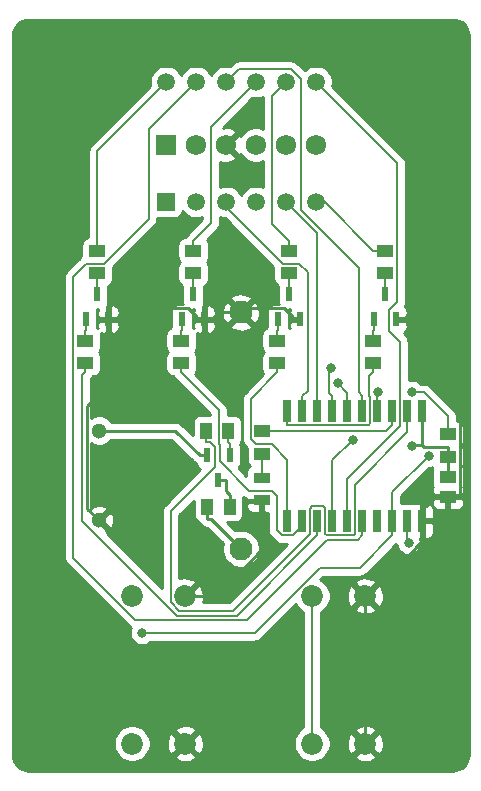
<source format=gbr>
%TF.GenerationSoftware,KiCad,Pcbnew,(5.1.10)-1*%
%TF.CreationDate,2021-07-01T22:54:37+02:00*%
%TF.ProjectId,BytesCounter,42797465-7343-46f7-956e-7465722e6b69,rev?*%
%TF.SameCoordinates,Original*%
%TF.FileFunction,Copper,L1,Top*%
%TF.FilePolarity,Positive*%
%FSLAX46Y46*%
G04 Gerber Fmt 4.6, Leading zero omitted, Abs format (unit mm)*
G04 Created by KiCad (PCBNEW (5.1.10)-1) date 2021-07-01 22:54:37*
%MOMM*%
%LPD*%
G01*
G04 APERTURE LIST*
%TA.AperFunction,ComponentPad*%
%ADD10C,1.850000*%
%TD*%
%TA.AperFunction,ComponentPad*%
%ADD11C,1.950000*%
%TD*%
%TA.AperFunction,ComponentPad*%
%ADD12C,1.500000*%
%TD*%
%TA.AperFunction,ComponentPad*%
%ADD13R,1.500000X1.500000*%
%TD*%
%TA.AperFunction,SMDPad,CuDef*%
%ADD14R,1.000000X1.400000*%
%TD*%
%TA.AperFunction,SMDPad,CuDef*%
%ADD15R,1.400000X1.000000*%
%TD*%
%TA.AperFunction,SMDPad,CuDef*%
%ADD16R,0.600000X1.250000*%
%TD*%
%TA.AperFunction,ComponentPad*%
%ADD17C,1.300000*%
%TD*%
%TA.AperFunction,SMDPad,CuDef*%
%ADD18R,1.400000X0.950000*%
%TD*%
%TA.AperFunction,ComponentPad*%
%ADD19C,1.725000*%
%TD*%
%TA.AperFunction,ComponentPad*%
%ADD20R,1.725000X1.725000*%
%TD*%
%TA.AperFunction,SMDPad,CuDef*%
%ADD21R,0.650000X1.850000*%
%TD*%
%TA.AperFunction,SMDPad,CuDef*%
%ADD22R,1.470000X1.050000*%
%TD*%
%TA.AperFunction,ViaPad*%
%ADD23C,3.750000*%
%TD*%
%TA.AperFunction,ViaPad*%
%ADD24C,0.800000*%
%TD*%
%TA.AperFunction,Conductor*%
%ADD25C,0.250000*%
%TD*%
%TA.AperFunction,Conductor*%
%ADD26C,0.200000*%
%TD*%
%TA.AperFunction,Conductor*%
%ADD27C,0.254000*%
%TD*%
%TA.AperFunction,Conductor*%
%ADD28C,0.100000*%
%TD*%
G04 APERTURE END LIST*
D10*
%TO.P,S1,4*%
%TO.N,Net-(R11-Pad1)*%
X111796000Y-87998000D03*
%TO.P,S1,3*%
X111796000Y-75498000D03*
%TO.P,S1,2*%
%TO.N,gnd*%
X116296000Y-87998000D03*
%TO.P,S1,1*%
X116296000Y-75498000D03*
%TD*%
%TO.P,S2,4*%
%TO.N,Net-(R15-Pad1)*%
X127036000Y-87998000D03*
%TO.P,S2,3*%
X127036000Y-75498000D03*
%TO.P,S2,2*%
%TO.N,gnd*%
X131536000Y-87998000D03*
%TO.P,S2,1*%
X131536000Y-75498000D03*
%TD*%
D11*
%TO.P,U2,2*%
%TO.N,gnd*%
X121000000Y-51500000D03*
%TO.P,U2,1*%
%TO.N,+3V*%
X121000000Y-71500000D03*
%TD*%
D12*
%TO.P,U1,12*%
%TO.N,/CC_1*%
X114680000Y-31980000D03*
%TO.P,U1,11*%
%TO.N,/D_a*%
X117220000Y-31980000D03*
%TO.P,U1,10*%
%TO.N,/D_f*%
X119760000Y-31980000D03*
%TO.P,U1,9*%
%TO.N,/CC_2*%
X122300000Y-31980000D03*
%TO.P,U1,8*%
%TO.N,/CC_3*%
X124840000Y-31980000D03*
%TO.P,U1,7*%
%TO.N,/D_b*%
X127380000Y-31980000D03*
%TO.P,U1,6*%
%TO.N,/CC_4*%
X127380000Y-42140000D03*
%TO.P,U1,5*%
%TO.N,/D_g*%
X124840000Y-42140000D03*
%TO.P,U1,4*%
%TO.N,/D_c*%
X122300000Y-42140000D03*
%TO.P,U1,3*%
%TO.N,/D_dp*%
X119760000Y-42140000D03*
%TO.P,U1,2*%
%TO.N,/D_d*%
X117220000Y-42140000D03*
D13*
%TO.P,U1,1*%
%TO.N,/D_e*%
X114680000Y-42140000D03*
%TD*%
D14*
%TO.P,R14,2*%
%TO.N,Net-(Q5-Pad3)*%
X120046000Y-67936000D03*
%TO.P,R14,1*%
%TO.N,+3V*%
X118146000Y-67936000D03*
%TD*%
%TO.P,R13,2*%
%TO.N,Net-(Q5-Pad1)*%
X119950000Y-61500000D03*
%TO.P,R13,1*%
%TO.N,/C_Buzzer*%
X118050000Y-61500000D03*
%TD*%
D15*
%TO.P,R10,2*%
%TO.N,/CC_4*%
X133222000Y-46254000D03*
%TO.P,R10,1*%
%TO.N,Net-(Q4-Pad3)*%
X133222000Y-48154000D03*
%TD*%
%TO.P,R9,2*%
%TO.N,Net-(Q4-Pad1)*%
X132206000Y-53874000D03*
%TO.P,R9,1*%
%TO.N,/C_4*%
X132206000Y-55774000D03*
%TD*%
%TO.P,R8,2*%
%TO.N,/CC_3*%
X125094000Y-46254000D03*
%TO.P,R8,1*%
%TO.N,Net-(Q3-Pad3)*%
X125094000Y-48154000D03*
%TD*%
%TO.P,R7,2*%
%TO.N,Net-(Q3-Pad1)*%
X124078000Y-53874000D03*
%TO.P,R7,1*%
%TO.N,/C_3*%
X124078000Y-55774000D03*
%TD*%
%TO.P,R6,2*%
%TO.N,/CC_2*%
X116966000Y-46254000D03*
%TO.P,R6,1*%
%TO.N,Net-(Q2-Pad3)*%
X116966000Y-48154000D03*
%TD*%
%TO.P,R5,2*%
%TO.N,Net-(Q2-Pad1)*%
X115950000Y-53874000D03*
%TO.P,R5,1*%
%TO.N,/C_2*%
X115950000Y-55774000D03*
%TD*%
%TO.P,R4,2*%
%TO.N,/CC_1*%
X108838000Y-46254000D03*
%TO.P,R4,1*%
%TO.N,Net-(Q1-Pad3)*%
X108838000Y-48154000D03*
%TD*%
%TO.P,R3,2*%
%TO.N,Net-(LED1-Pad2)*%
X122826000Y-63459000D03*
%TO.P,R3,1*%
%TO.N,Net-(IC1-Pad3)*%
X122826000Y-61559000D03*
%TD*%
%TO.P,R2,2*%
%TO.N,/MCLR*%
X138540000Y-61814000D03*
%TO.P,R2,1*%
%TO.N,+3V*%
X138540000Y-63714000D03*
%TD*%
%TO.P,R1,2*%
%TO.N,Net-(Q1-Pad1)*%
X107822000Y-53874000D03*
%TO.P,R1,1*%
%TO.N,/C_1*%
X107822000Y-55774000D03*
%TD*%
D16*
%TO.P,Q5,3*%
%TO.N,Net-(Q5-Pad3)*%
X119096000Y-65684000D03*
%TO.P,Q5,2*%
%TO.N,Net-(LS1-Pad1)*%
X118141000Y-63584000D03*
%TO.P,Q5,1*%
%TO.N,Net-(Q5-Pad1)*%
X120051000Y-63584000D03*
%TD*%
%TO.P,Q4,3*%
%TO.N,Net-(Q4-Pad3)*%
X133222000Y-49964000D03*
%TO.P,Q4,2*%
%TO.N,gnd*%
X134177000Y-52064000D03*
%TO.P,Q4,1*%
%TO.N,Net-(Q4-Pad1)*%
X132267000Y-52064000D03*
%TD*%
%TO.P,Q3,3*%
%TO.N,Net-(Q3-Pad3)*%
X125094000Y-49964000D03*
%TO.P,Q3,2*%
%TO.N,gnd*%
X126049000Y-52064000D03*
%TO.P,Q3,1*%
%TO.N,Net-(Q3-Pad1)*%
X124139000Y-52064000D03*
%TD*%
%TO.P,Q2,3*%
%TO.N,Net-(Q2-Pad3)*%
X116966000Y-49964000D03*
%TO.P,Q2,2*%
%TO.N,gnd*%
X117921000Y-52064000D03*
%TO.P,Q2,1*%
%TO.N,Net-(Q2-Pad1)*%
X116011000Y-52064000D03*
%TD*%
%TO.P,Q1,3*%
%TO.N,Net-(Q1-Pad3)*%
X108838000Y-49964000D03*
%TO.P,Q1,2*%
%TO.N,gnd*%
X109793000Y-52064000D03*
%TO.P,Q1,1*%
%TO.N,Net-(Q1-Pad1)*%
X107883000Y-52064000D03*
%TD*%
D17*
%TO.P,LS1,2*%
%TO.N,gnd*%
X109000000Y-69100000D03*
%TO.P,LS1,1*%
%TO.N,Net-(LS1-Pad1)*%
X109000000Y-61500000D03*
%TD*%
D18*
%TO.P,LED1,2*%
%TO.N,Net-(LED1-Pad2)*%
X122792000Y-65492000D03*
%TO.P,LED1,1*%
%TO.N,gnd*%
X122792000Y-67392000D03*
%TD*%
D19*
%TO.P,J1,6*%
%TO.N,Net-(J1-Pad6)*%
X127380000Y-37314000D03*
%TO.P,J1,5*%
%TO.N,/B_2*%
X124840000Y-37314000D03*
%TO.P,J1,4*%
%TO.N,/B_1*%
X122300000Y-37314000D03*
%TO.P,J1,3*%
%TO.N,gnd*%
X119760000Y-37314000D03*
%TO.P,J1,2*%
%TO.N,+3V*%
X117220000Y-37314000D03*
D20*
%TO.P,J1,1*%
%TO.N,/MCLR*%
X114680000Y-37314000D03*
%TD*%
D21*
%TO.P,IC1,20*%
%TO.N,gnd*%
X136381000Y-69151000D03*
%TO.P,IC1,19*%
%TO.N,/B_1*%
X135111000Y-69151000D03*
%TO.P,IC1,18*%
%TO.N,/B_2*%
X133841000Y-69151000D03*
%TO.P,IC1,17*%
%TO.N,Net-(IC1-Pad17)*%
X132571000Y-69151000D03*
%TO.P,IC1,16*%
%TO.N,/D_a*%
X131301000Y-69151000D03*
%TO.P,IC1,15*%
%TO.N,/D_b*%
X130031000Y-69151000D03*
%TO.P,IC1,14*%
%TO.N,/D_c*%
X128761000Y-69151000D03*
%TO.P,IC1,13*%
%TO.N,/C_1*%
X127491000Y-69151000D03*
%TO.P,IC1,12*%
%TO.N,/C_2*%
X126221000Y-69151000D03*
%TO.P,IC1,11*%
%TO.N,/C_3*%
X124951000Y-69151000D03*
%TO.P,IC1,10*%
%TO.N,/C_4*%
X124951000Y-59801000D03*
%TO.P,IC1,9*%
%TO.N,/D_dp*%
X126221000Y-59801000D03*
%TO.P,IC1,8*%
%TO.N,/D_g*%
X127491000Y-59801000D03*
%TO.P,IC1,7*%
%TO.N,/D_d*%
X128761000Y-59801000D03*
%TO.P,IC1,6*%
%TO.N,/D_e*%
X130031000Y-59801000D03*
%TO.P,IC1,5*%
%TO.N,/D_f*%
X131301000Y-59801000D03*
%TO.P,IC1,4*%
%TO.N,/MCLR*%
X132571000Y-59801000D03*
%TO.P,IC1,3*%
%TO.N,Net-(IC1-Pad3)*%
X133841000Y-59801000D03*
%TO.P,IC1,2*%
%TO.N,/C_Buzzer*%
X135111000Y-59801000D03*
%TO.P,IC1,1*%
%TO.N,+3V*%
X136381000Y-59801000D03*
%TD*%
D22*
%TO.P,C1,2*%
%TO.N,gnd*%
X138540000Y-67094000D03*
%TO.P,C1,1*%
%TO.N,+3V*%
X138540000Y-65414000D03*
%TD*%
D23*
%TO.N,gnd*%
X138000000Y-29000000D03*
X138000000Y-88000000D03*
X104000000Y-88000000D03*
X104000000Y-29000000D03*
D24*
%TO.N,+3V*%
X135461000Y-62784300D03*
%TO.N,/B_2*%
X112644600Y-78628200D03*
X136900100Y-63638100D03*
%TO.N,/B_1*%
X135211000Y-70999700D03*
%TO.N,/D_c*%
X130516400Y-62262300D03*
%TO.N,/D_d*%
X128668100Y-56221100D03*
%TO.N,/D_e*%
X129208200Y-57501900D03*
%TO.N,/MCLR*%
X135471000Y-58252400D03*
X132621100Y-58240100D03*
%TD*%
D25*
%TO.N,gnd*%
X117921000Y-52064000D02*
X117295700Y-52064000D01*
X109793000Y-52064000D02*
X110418300Y-52064000D01*
X110418300Y-52064000D02*
X111371100Y-51111200D01*
X111371100Y-51111200D02*
X116499200Y-51111200D01*
X116499200Y-51111200D02*
X117295700Y-51907700D01*
X117295700Y-51907700D02*
X117295700Y-52064000D01*
X109000000Y-69100000D02*
X107997200Y-68097200D01*
X107997200Y-68097200D02*
X107997200Y-59420600D01*
X107997200Y-59420600D02*
X109793000Y-57624800D01*
X109793000Y-57624800D02*
X109793000Y-52064000D01*
X136381000Y-69151000D02*
X136381000Y-70855500D01*
X136381000Y-70855500D02*
X131738500Y-75498000D01*
X131738500Y-75498000D02*
X131536000Y-75498000D01*
X136381000Y-68638400D02*
X136381000Y-69151000D01*
X121000000Y-51500000D02*
X121386800Y-51113200D01*
X121386800Y-51113200D02*
X124629200Y-51113200D01*
X124629200Y-51113200D02*
X125423700Y-51907700D01*
X125423700Y-51907700D02*
X125423700Y-52064000D01*
X121000000Y-51500000D02*
X119110300Y-51500000D01*
X119110300Y-51500000D02*
X118546300Y-52064000D01*
X126049000Y-52064000D02*
X125423700Y-52064000D01*
X117921000Y-52064000D02*
X118546300Y-52064000D01*
X139600300Y-67094000D02*
X139600300Y-56862000D01*
X139600300Y-56862000D02*
X134802300Y-52064000D01*
X131536000Y-87998000D02*
X131536000Y-75498000D01*
X122792000Y-67392000D02*
X122792000Y-68192300D01*
X116296000Y-75498000D02*
X118860000Y-75498000D01*
X118860000Y-75498000D02*
X122792000Y-71566000D01*
X122792000Y-71566000D02*
X122792000Y-68192300D01*
X138540000Y-67094000D02*
X139600300Y-67094000D01*
X138000000Y-29000000D02*
X138000000Y-48866300D01*
X138000000Y-48866300D02*
X134802300Y-52064000D01*
X134177000Y-52064000D02*
X134802300Y-52064000D01*
X136381000Y-68638400D02*
X136381000Y-67900700D01*
X138540000Y-67094000D02*
X137479700Y-67094000D01*
X137479700Y-67094000D02*
X136673000Y-67900700D01*
X136673000Y-67900700D02*
X136381000Y-67900700D01*
%TO.N,+3V*%
X136381000Y-62734300D02*
X135511000Y-62734300D01*
X135511000Y-62734300D02*
X135461000Y-62784300D01*
X138540000Y-62888700D02*
X136535400Y-62888700D01*
X136535400Y-62888700D02*
X136381000Y-62734300D01*
X136381000Y-62734300D02*
X136381000Y-61051300D01*
X118146000Y-67936000D02*
X118146000Y-68961300D01*
X121000000Y-71500000D02*
X118461300Y-68961300D01*
X118461300Y-68961300D02*
X118146000Y-68961300D01*
X136381000Y-59801000D02*
X136381000Y-61051300D01*
X138540000Y-63714000D02*
X138540000Y-62888700D01*
X138540000Y-65414000D02*
X138540000Y-63714000D01*
D26*
%TO.N,/B_2*%
X133841000Y-69151000D02*
X133841000Y-70376300D01*
X133841000Y-70376300D02*
X131098700Y-73118600D01*
X131098700Y-73118600D02*
X127682500Y-73118600D01*
X127682500Y-73118600D02*
X122172900Y-78628200D01*
X122172900Y-78628200D02*
X112644600Y-78628200D01*
X136900100Y-63638100D02*
X133841000Y-66697200D01*
X133841000Y-66697200D02*
X133841000Y-69151000D01*
%TO.N,/B_1*%
X135111000Y-69151000D02*
X135111000Y-70899700D01*
X135111000Y-70899700D02*
X135211000Y-70999700D01*
%TO.N,/D_a*%
X131301000Y-70376300D02*
X130900700Y-70776600D01*
X130900700Y-70776600D02*
X128274100Y-70776600D01*
X128274100Y-70776600D02*
X121488400Y-77562300D01*
X121488400Y-77562300D02*
X112071200Y-77562300D01*
X112071200Y-77562300D02*
X106795700Y-72286800D01*
X106795700Y-72286800D02*
X106795700Y-48479800D01*
X106795700Y-48479800D02*
X107921900Y-47353600D01*
X107921900Y-47353600D02*
X109413500Y-47353600D01*
X109413500Y-47353600D02*
X113200700Y-43566400D01*
X113200700Y-43566400D02*
X113200700Y-35999300D01*
X113200700Y-35999300D02*
X117220000Y-31980000D01*
X131301000Y-69151000D02*
X131301000Y-70376300D01*
%TO.N,/D_b*%
X130031000Y-69151000D02*
X130031000Y-65566400D01*
X130031000Y-65566400D02*
X134472500Y-61124900D01*
X134472500Y-61124900D02*
X134472500Y-53969500D01*
X134472500Y-53969500D02*
X133576600Y-53073600D01*
X133576600Y-53073600D02*
X133576600Y-51288600D01*
X133576600Y-51288600D02*
X134244000Y-50621200D01*
X134244000Y-50621200D02*
X134244000Y-38844000D01*
X134244000Y-38844000D02*
X127380000Y-31980000D01*
%TO.N,/D_c*%
X128761000Y-69151000D02*
X128761000Y-64017700D01*
X128761000Y-64017700D02*
X130516400Y-62262300D01*
%TO.N,/C_1*%
X107822000Y-56574300D02*
X107570600Y-56825700D01*
X107570600Y-56825700D02*
X107570600Y-69120000D01*
X107570600Y-69120000D02*
X115612600Y-77162000D01*
X115612600Y-77162000D02*
X120705300Y-77162000D01*
X120705300Y-77162000D02*
X127491000Y-70376300D01*
X107822000Y-55774000D02*
X107822000Y-56574300D01*
X127491000Y-69151000D02*
X127491000Y-70376300D01*
%TO.N,/C_2*%
X115950000Y-55774000D02*
X115950000Y-56574300D01*
X126221000Y-69151000D02*
X126221000Y-69583400D01*
X126221000Y-69583400D02*
X125428000Y-70376400D01*
X125428000Y-70376400D02*
X124463400Y-70376400D01*
X124463400Y-70376400D02*
X124039200Y-69952200D01*
X124039200Y-69952200D02*
X124039200Y-67000400D01*
X124039200Y-67000400D02*
X123655400Y-66616600D01*
X123655400Y-66616600D02*
X121725500Y-66616600D01*
X121725500Y-66616600D02*
X119207500Y-64098600D01*
X119207500Y-64098600D02*
X119207500Y-62725900D01*
X119207500Y-62725900D02*
X119149600Y-62668000D01*
X119149600Y-62668000D02*
X119149600Y-59773900D01*
X119149600Y-59773900D02*
X115950000Y-56574300D01*
%TO.N,/C_3*%
X124078000Y-55774000D02*
X124078000Y-56574300D01*
X124951000Y-69151000D02*
X124951000Y-63956100D01*
X124951000Y-63956100D02*
X123653500Y-62658600D01*
X123653500Y-62658600D02*
X122250500Y-62658600D01*
X122250500Y-62658600D02*
X121825600Y-62233700D01*
X121825600Y-62233700D02*
X121825600Y-58826700D01*
X121825600Y-58826700D02*
X124078000Y-56574300D01*
%TO.N,/C_4*%
X132206000Y-55774000D02*
X132206000Y-56574300D01*
X124951000Y-59801000D02*
X124951000Y-61026300D01*
X124951000Y-61026300D02*
X131817100Y-61026300D01*
X131817100Y-61026300D02*
X131945700Y-60897700D01*
X131945700Y-60897700D02*
X131945700Y-58600600D01*
X131945700Y-58600600D02*
X131884100Y-58539000D01*
X131884100Y-58539000D02*
X131884100Y-56896200D01*
X131884100Y-56896200D02*
X132206000Y-56574300D01*
%TO.N,/D_dp*%
X126221000Y-59801000D02*
X126221000Y-58575700D01*
X126221000Y-58575700D02*
X126649400Y-58147300D01*
X126649400Y-58147300D02*
X126649400Y-48077100D01*
X126649400Y-48077100D02*
X125925900Y-47353600D01*
X125925900Y-47353600D02*
X124531500Y-47353600D01*
X124531500Y-47353600D02*
X119760000Y-42582100D01*
X119760000Y-42582100D02*
X119760000Y-42140000D01*
%TO.N,/D_g*%
X124840000Y-42140000D02*
X127491000Y-44791000D01*
X127491000Y-44791000D02*
X127491000Y-58575700D01*
X127491000Y-59801000D02*
X127491000Y-58575700D01*
%TO.N,/D_d*%
X128668100Y-56221100D02*
X128507900Y-56381300D01*
X128507900Y-56381300D02*
X128507900Y-58322600D01*
X128507900Y-58322600D02*
X128761000Y-58575700D01*
X128761000Y-59801000D02*
X128761000Y-58575700D01*
%TO.N,/D_e*%
X130031000Y-59801000D02*
X130031000Y-58324700D01*
X130031000Y-58324700D02*
X129208200Y-57501900D01*
%TO.N,/D_f*%
X131301000Y-59801000D02*
X131301000Y-58575700D01*
X131301000Y-58575700D02*
X130974300Y-58249000D01*
X130974300Y-58249000D02*
X130974300Y-47708000D01*
X130974300Y-47708000D02*
X126110000Y-42843700D01*
X126110000Y-42843700D02*
X126110000Y-31762500D01*
X126110000Y-31762500D02*
X125244300Y-30896800D01*
X125244300Y-30896800D02*
X120843200Y-30896800D01*
X120843200Y-30896800D02*
X119760000Y-31980000D01*
%TO.N,Net-(IC1-Pad3)*%
X122826000Y-61559000D02*
X123826300Y-61559000D01*
X123826300Y-61559000D02*
X133308300Y-61559000D01*
X133308300Y-61559000D02*
X133841000Y-61026300D01*
X133841000Y-59801000D02*
X133841000Y-61026300D01*
%TO.N,/C_Buzzer*%
X118050000Y-62500300D02*
X118415600Y-62500300D01*
X118415600Y-62500300D02*
X118781000Y-62865700D01*
X118781000Y-62865700D02*
X118781000Y-64613800D01*
X118781000Y-64613800D02*
X115064300Y-68330500D01*
X115064300Y-68330500D02*
X115064300Y-76047600D01*
X115064300Y-76047600D02*
X115778400Y-76761700D01*
X115778400Y-76761700D02*
X120329800Y-76761700D01*
X120329800Y-76761700D02*
X126846400Y-70245100D01*
X126846400Y-70245100D02*
X126846400Y-68120000D01*
X126846400Y-68120000D02*
X127040800Y-67925600D01*
X127040800Y-67925600D02*
X127985100Y-67925600D01*
X127985100Y-67925600D02*
X128116400Y-68056900D01*
X128116400Y-68056900D02*
X128116400Y-70227800D01*
X128116400Y-70227800D02*
X128264900Y-70376300D01*
X128264900Y-70376300D02*
X130541500Y-70376300D01*
X130541500Y-70376300D02*
X130666000Y-70251800D01*
X130666000Y-70251800D02*
X130666000Y-66063800D01*
X130666000Y-66063800D02*
X135111000Y-61618800D01*
X135111000Y-61618800D02*
X135111000Y-59801000D01*
X118050000Y-61500000D02*
X118050000Y-62500300D01*
%TO.N,Net-(LED1-Pad2)*%
X122792000Y-65492000D02*
X122792000Y-64716700D01*
X122792000Y-64716700D02*
X122826000Y-64682700D01*
X122826000Y-64682700D02*
X122826000Y-63459000D01*
D25*
%TO.N,Net-(LS1-Pad1)*%
X118141000Y-63584000D02*
X117515700Y-63584000D01*
X109000000Y-61500000D02*
X115431700Y-61500000D01*
X115431700Y-61500000D02*
X117515700Y-63584000D01*
D26*
%TO.N,Net-(Q1-Pad3)*%
X108838000Y-49964000D02*
X108838000Y-48154000D01*
%TO.N,Net-(Q1-Pad1)*%
X107883000Y-52064000D02*
X107883000Y-52989300D01*
X107883000Y-52989300D02*
X107822000Y-53050300D01*
X107822000Y-53050300D02*
X107822000Y-53874000D01*
%TO.N,Net-(Q2-Pad3)*%
X116966000Y-49964000D02*
X116966000Y-48154000D01*
%TO.N,Net-(Q2-Pad1)*%
X116011000Y-52064000D02*
X116011000Y-52989300D01*
X116011000Y-52989300D02*
X115950000Y-53050300D01*
X115950000Y-53050300D02*
X115950000Y-53874000D01*
%TO.N,Net-(Q3-Pad3)*%
X125094000Y-49964000D02*
X125094000Y-48154000D01*
%TO.N,Net-(Q3-Pad1)*%
X124139000Y-52064000D02*
X124139000Y-52989300D01*
X124139000Y-52989300D02*
X124078000Y-53050300D01*
X124078000Y-53050300D02*
X124078000Y-53874000D01*
%TO.N,Net-(Q4-Pad3)*%
X133222000Y-49964000D02*
X133222000Y-48154000D01*
%TO.N,Net-(Q4-Pad1)*%
X132267000Y-52064000D02*
X132267000Y-52989300D01*
X132267000Y-52989300D02*
X132206000Y-53050300D01*
X132206000Y-53050300D02*
X132206000Y-53874000D01*
D25*
%TO.N,Net-(Q5-Pad3)*%
X120046000Y-67936000D02*
X120046000Y-66910700D01*
X119096000Y-65684000D02*
X119721300Y-65684000D01*
X119721300Y-65684000D02*
X119721300Y-66586000D01*
X119721300Y-66586000D02*
X120046000Y-66910700D01*
D26*
%TO.N,Net-(Q5-Pad1)*%
X119950000Y-61500000D02*
X119950000Y-62500300D01*
X120051000Y-63584000D02*
X120051000Y-62601300D01*
X120051000Y-62601300D02*
X119950000Y-62500300D01*
%TO.N,/CC_1*%
X108838000Y-46254000D02*
X108838000Y-37822000D01*
X108838000Y-37822000D02*
X114680000Y-31980000D01*
%TO.N,/CC_2*%
X116966000Y-46254000D02*
X116966000Y-45453700D01*
X116966000Y-45453700D02*
X118490000Y-43929700D01*
X118490000Y-43929700D02*
X118490000Y-35790000D01*
X118490000Y-35790000D02*
X122300000Y-31980000D01*
%TO.N,/CC_3*%
X125094000Y-46254000D02*
X125094000Y-45453700D01*
X125094000Y-45453700D02*
X123649400Y-44009100D01*
X123649400Y-44009100D02*
X123649400Y-33170600D01*
X123649400Y-33170600D02*
X124840000Y-31980000D01*
%TO.N,/CC_4*%
X133222000Y-46254000D02*
X132221700Y-46254000D01*
X132221700Y-46254000D02*
X128107700Y-42140000D01*
X128107700Y-42140000D02*
X127380000Y-42140000D01*
%TO.N,Net-(R15-Pad1)*%
X127036000Y-75498000D02*
X127036000Y-87998000D01*
%TO.N,/MCLR*%
X135471000Y-58252400D02*
X136510400Y-58252400D01*
X136510400Y-58252400D02*
X138540000Y-60282000D01*
X138540000Y-60282000D02*
X138540000Y-61814000D01*
X132621100Y-58240100D02*
X132621100Y-58525600D01*
X132621100Y-58525600D02*
X132571000Y-58575700D01*
X132571000Y-59801000D02*
X132571000Y-58575700D01*
%TD*%
D27*
%TO.N,gnd*%
X139249899Y-26737907D02*
X139490285Y-26810484D01*
X139711991Y-26928368D01*
X139906577Y-27087068D01*
X140066635Y-27280545D01*
X140186064Y-27501424D01*
X140260317Y-27741297D01*
X140290000Y-28023716D01*
X140290001Y-88965269D01*
X140262093Y-89249899D01*
X140189517Y-89490282D01*
X140071633Y-89711989D01*
X139912929Y-89906580D01*
X139719455Y-90066635D01*
X139498576Y-90186064D01*
X139258701Y-90260317D01*
X138976291Y-90290000D01*
X103034721Y-90290000D01*
X102750101Y-90262093D01*
X102509718Y-90189517D01*
X102288011Y-90071633D01*
X102093420Y-89912929D01*
X101933365Y-89719455D01*
X101813936Y-89498576D01*
X101739683Y-89258701D01*
X101710000Y-88976291D01*
X101710000Y-87844353D01*
X110236000Y-87844353D01*
X110236000Y-88151647D01*
X110295950Y-88453035D01*
X110413546Y-88736937D01*
X110584269Y-88992442D01*
X110801558Y-89209731D01*
X111057063Y-89380454D01*
X111340965Y-89498050D01*
X111642353Y-89558000D01*
X111949647Y-89558000D01*
X112251035Y-89498050D01*
X112534937Y-89380454D01*
X112790442Y-89209731D01*
X112920256Y-89079917D01*
X115393688Y-89079917D01*
X115480393Y-89336653D01*
X115757223Y-89470048D01*
X116054757Y-89546873D01*
X116361562Y-89564176D01*
X116665848Y-89521292D01*
X116955921Y-89419868D01*
X117111607Y-89336653D01*
X117198312Y-89079917D01*
X116296000Y-88177605D01*
X115393688Y-89079917D01*
X112920256Y-89079917D01*
X113007731Y-88992442D01*
X113178454Y-88736937D01*
X113296050Y-88453035D01*
X113356000Y-88151647D01*
X113356000Y-88063562D01*
X114729824Y-88063562D01*
X114772708Y-88367848D01*
X114874132Y-88657921D01*
X114957347Y-88813607D01*
X115214083Y-88900312D01*
X116116395Y-87998000D01*
X116475605Y-87998000D01*
X117377917Y-88900312D01*
X117634653Y-88813607D01*
X117768048Y-88536777D01*
X117844873Y-88239243D01*
X117862176Y-87932438D01*
X117819292Y-87628152D01*
X117717868Y-87338079D01*
X117634653Y-87182393D01*
X117377917Y-87095688D01*
X116475605Y-87998000D01*
X116116395Y-87998000D01*
X115214083Y-87095688D01*
X114957347Y-87182393D01*
X114823952Y-87459223D01*
X114747127Y-87756757D01*
X114729824Y-88063562D01*
X113356000Y-88063562D01*
X113356000Y-87844353D01*
X113296050Y-87542965D01*
X113178454Y-87259063D01*
X113007731Y-87003558D01*
X112920256Y-86916083D01*
X115393688Y-86916083D01*
X116296000Y-87818395D01*
X117198312Y-86916083D01*
X117111607Y-86659347D01*
X116834777Y-86525952D01*
X116537243Y-86449127D01*
X116230438Y-86431824D01*
X115926152Y-86474708D01*
X115636079Y-86576132D01*
X115480393Y-86659347D01*
X115393688Y-86916083D01*
X112920256Y-86916083D01*
X112790442Y-86786269D01*
X112534937Y-86615546D01*
X112251035Y-86497950D01*
X111949647Y-86438000D01*
X111642353Y-86438000D01*
X111340965Y-86497950D01*
X111057063Y-86615546D01*
X110801558Y-86786269D01*
X110584269Y-87003558D01*
X110413546Y-87259063D01*
X110295950Y-87542965D01*
X110236000Y-87844353D01*
X101710000Y-87844353D01*
X101710000Y-48479800D01*
X106057144Y-48479800D01*
X106060701Y-48515915D01*
X106060700Y-72250695D01*
X106057144Y-72286800D01*
X106071335Y-72430885D01*
X106072967Y-72436264D01*
X106113363Y-72569432D01*
X106181613Y-72697119D01*
X106273462Y-72809037D01*
X106301508Y-72832054D01*
X111525946Y-78056493D01*
X111548962Y-78084538D01*
X111577006Y-78107553D01*
X111660880Y-78176387D01*
X111702301Y-78198527D01*
X111649374Y-78326302D01*
X111609600Y-78526261D01*
X111609600Y-78730139D01*
X111649374Y-78930098D01*
X111727395Y-79118456D01*
X111840663Y-79287974D01*
X111984826Y-79432137D01*
X112154344Y-79545405D01*
X112342702Y-79623426D01*
X112542661Y-79663200D01*
X112746539Y-79663200D01*
X112946498Y-79623426D01*
X113134856Y-79545405D01*
X113304374Y-79432137D01*
X113373311Y-79363200D01*
X122136795Y-79363200D01*
X122172900Y-79366756D01*
X122209005Y-79363200D01*
X122316985Y-79352565D01*
X122455533Y-79310537D01*
X122583220Y-79242287D01*
X122695138Y-79150438D01*
X122718159Y-79122387D01*
X125638920Y-76201627D01*
X125653546Y-76236937D01*
X125824269Y-76492442D01*
X126041558Y-76709731D01*
X126297063Y-76880454D01*
X126301000Y-76882085D01*
X126301001Y-86613915D01*
X126297063Y-86615546D01*
X126041558Y-86786269D01*
X125824269Y-87003558D01*
X125653546Y-87259063D01*
X125535950Y-87542965D01*
X125476000Y-87844353D01*
X125476000Y-88151647D01*
X125535950Y-88453035D01*
X125653546Y-88736937D01*
X125824269Y-88992442D01*
X126041558Y-89209731D01*
X126297063Y-89380454D01*
X126580965Y-89498050D01*
X126882353Y-89558000D01*
X127189647Y-89558000D01*
X127491035Y-89498050D01*
X127774937Y-89380454D01*
X128030442Y-89209731D01*
X128160256Y-89079917D01*
X130633688Y-89079917D01*
X130720393Y-89336653D01*
X130997223Y-89470048D01*
X131294757Y-89546873D01*
X131601562Y-89564176D01*
X131905848Y-89521292D01*
X132195921Y-89419868D01*
X132351607Y-89336653D01*
X132438312Y-89079917D01*
X131536000Y-88177605D01*
X130633688Y-89079917D01*
X128160256Y-89079917D01*
X128247731Y-88992442D01*
X128418454Y-88736937D01*
X128536050Y-88453035D01*
X128596000Y-88151647D01*
X128596000Y-88063562D01*
X129969824Y-88063562D01*
X130012708Y-88367848D01*
X130114132Y-88657921D01*
X130197347Y-88813607D01*
X130454083Y-88900312D01*
X131356395Y-87998000D01*
X131715605Y-87998000D01*
X132617917Y-88900312D01*
X132874653Y-88813607D01*
X133008048Y-88536777D01*
X133084873Y-88239243D01*
X133102176Y-87932438D01*
X133059292Y-87628152D01*
X132957868Y-87338079D01*
X132874653Y-87182393D01*
X132617917Y-87095688D01*
X131715605Y-87998000D01*
X131356395Y-87998000D01*
X130454083Y-87095688D01*
X130197347Y-87182393D01*
X130063952Y-87459223D01*
X129987127Y-87756757D01*
X129969824Y-88063562D01*
X128596000Y-88063562D01*
X128596000Y-87844353D01*
X128536050Y-87542965D01*
X128418454Y-87259063D01*
X128247731Y-87003558D01*
X128160256Y-86916083D01*
X130633688Y-86916083D01*
X131536000Y-87818395D01*
X132438312Y-86916083D01*
X132351607Y-86659347D01*
X132074777Y-86525952D01*
X131777243Y-86449127D01*
X131470438Y-86431824D01*
X131166152Y-86474708D01*
X130876079Y-86576132D01*
X130720393Y-86659347D01*
X130633688Y-86916083D01*
X128160256Y-86916083D01*
X128030442Y-86786269D01*
X127774937Y-86615546D01*
X127771000Y-86613915D01*
X127771000Y-76882085D01*
X127774937Y-76880454D01*
X128030442Y-76709731D01*
X128160256Y-76579917D01*
X130633688Y-76579917D01*
X130720393Y-76836653D01*
X130997223Y-76970048D01*
X131294757Y-77046873D01*
X131601562Y-77064176D01*
X131905848Y-77021292D01*
X132195921Y-76919868D01*
X132351607Y-76836653D01*
X132438312Y-76579917D01*
X131536000Y-75677605D01*
X130633688Y-76579917D01*
X128160256Y-76579917D01*
X128247731Y-76492442D01*
X128418454Y-76236937D01*
X128536050Y-75953035D01*
X128596000Y-75651647D01*
X128596000Y-75563562D01*
X129969824Y-75563562D01*
X130012708Y-75867848D01*
X130114132Y-76157921D01*
X130197347Y-76313607D01*
X130454083Y-76400312D01*
X131356395Y-75498000D01*
X131715605Y-75498000D01*
X132617917Y-76400312D01*
X132874653Y-76313607D01*
X133008048Y-76036777D01*
X133084873Y-75739243D01*
X133102176Y-75432438D01*
X133059292Y-75128152D01*
X132957868Y-74838079D01*
X132874653Y-74682393D01*
X132617917Y-74595688D01*
X131715605Y-75498000D01*
X131356395Y-75498000D01*
X130454083Y-74595688D01*
X130197347Y-74682393D01*
X130063952Y-74959223D01*
X129987127Y-75256757D01*
X129969824Y-75563562D01*
X128596000Y-75563562D01*
X128596000Y-75344353D01*
X128536050Y-75042965D01*
X128418454Y-74759063D01*
X128247731Y-74503558D01*
X128160256Y-74416083D01*
X130633688Y-74416083D01*
X131536000Y-75318395D01*
X132438312Y-74416083D01*
X132351607Y-74159347D01*
X132074777Y-74025952D01*
X131777243Y-73949127D01*
X131470438Y-73931824D01*
X131166152Y-73974708D01*
X130876079Y-74076132D01*
X130720393Y-74159347D01*
X130633688Y-74416083D01*
X128160256Y-74416083D01*
X128030442Y-74286269D01*
X127774937Y-74115546D01*
X127739627Y-74100920D01*
X127986947Y-73853600D01*
X131062595Y-73853600D01*
X131098700Y-73857156D01*
X131134805Y-73853600D01*
X131242785Y-73842965D01*
X131381333Y-73800937D01*
X131509020Y-73732687D01*
X131620938Y-73640838D01*
X131643959Y-73612787D01*
X134176000Y-71080747D01*
X134176000Y-71101639D01*
X134215774Y-71301598D01*
X134293795Y-71489956D01*
X134407063Y-71659474D01*
X134551226Y-71803637D01*
X134720744Y-71916905D01*
X134909102Y-71994926D01*
X135109061Y-72034700D01*
X135312939Y-72034700D01*
X135512898Y-71994926D01*
X135701256Y-71916905D01*
X135870774Y-71803637D01*
X136014937Y-71659474D01*
X136128205Y-71489956D01*
X136206226Y-71301598D01*
X136246000Y-71101639D01*
X136246000Y-70897761D01*
X136206226Y-70697802D01*
X136177587Y-70628663D01*
X136254000Y-70552250D01*
X136254000Y-69278000D01*
X136508000Y-69278000D01*
X136508000Y-70552250D01*
X136666750Y-70711000D01*
X136706000Y-70714072D01*
X136830482Y-70701812D01*
X136950180Y-70665502D01*
X137060494Y-70606537D01*
X137157185Y-70527185D01*
X137236537Y-70430494D01*
X137295502Y-70320180D01*
X137331812Y-70200482D01*
X137344072Y-70076000D01*
X137341000Y-69436750D01*
X137182250Y-69278000D01*
X136508000Y-69278000D01*
X136254000Y-69278000D01*
X136234000Y-69278000D01*
X136234000Y-69024000D01*
X136254000Y-69024000D01*
X136254000Y-67749750D01*
X136508000Y-67749750D01*
X136508000Y-69024000D01*
X137182250Y-69024000D01*
X137341000Y-68865250D01*
X137344072Y-68226000D01*
X137331812Y-68101518D01*
X137303832Y-68009280D01*
X137353815Y-68070185D01*
X137450506Y-68149537D01*
X137560820Y-68208502D01*
X137680518Y-68244812D01*
X137805000Y-68257072D01*
X138254250Y-68254000D01*
X138413000Y-68095250D01*
X138413000Y-67221000D01*
X138667000Y-67221000D01*
X138667000Y-68095250D01*
X138825750Y-68254000D01*
X139275000Y-68257072D01*
X139399482Y-68244812D01*
X139519180Y-68208502D01*
X139629494Y-68149537D01*
X139726185Y-68070185D01*
X139805537Y-67973494D01*
X139864502Y-67863180D01*
X139900812Y-67743482D01*
X139913072Y-67619000D01*
X139910000Y-67379750D01*
X139751250Y-67221000D01*
X138667000Y-67221000D01*
X138413000Y-67221000D01*
X137328750Y-67221000D01*
X137170000Y-67379750D01*
X137166928Y-67619000D01*
X137179188Y-67743482D01*
X137207168Y-67835720D01*
X137157185Y-67774815D01*
X137060494Y-67695463D01*
X136950180Y-67636498D01*
X136830482Y-67600188D01*
X136706000Y-67587928D01*
X136666750Y-67591000D01*
X136508000Y-67749750D01*
X136254000Y-67749750D01*
X136095250Y-67591000D01*
X136056000Y-67587928D01*
X135931518Y-67600188D01*
X135811820Y-67636498D01*
X135746000Y-67671680D01*
X135680180Y-67636498D01*
X135560482Y-67600188D01*
X135436000Y-67587928D01*
X134786000Y-67587928D01*
X134661518Y-67600188D01*
X134576000Y-67626130D01*
X134576000Y-67001646D01*
X136904547Y-64673100D01*
X137002039Y-64673100D01*
X137201998Y-64633326D01*
X137227228Y-64622875D01*
X137215498Y-64644820D01*
X137179188Y-64764518D01*
X137166928Y-64889000D01*
X137166928Y-65939000D01*
X137179188Y-66063482D01*
X137215498Y-66183180D01*
X137253353Y-66254000D01*
X137215498Y-66324820D01*
X137179188Y-66444518D01*
X137166928Y-66569000D01*
X137170000Y-66808250D01*
X137328750Y-66967000D01*
X138413000Y-66967000D01*
X138413000Y-66947000D01*
X138667000Y-66947000D01*
X138667000Y-66967000D01*
X139751250Y-66967000D01*
X139910000Y-66808250D01*
X139913072Y-66569000D01*
X139900812Y-66444518D01*
X139864502Y-66324820D01*
X139826647Y-66254000D01*
X139864502Y-66183180D01*
X139900812Y-66063482D01*
X139913072Y-65939000D01*
X139913072Y-64889000D01*
X139900812Y-64764518D01*
X139864502Y-64644820D01*
X139805537Y-64534506D01*
X139795343Y-64522085D01*
X139829502Y-64458180D01*
X139865812Y-64338482D01*
X139878072Y-64214000D01*
X139878072Y-63214000D01*
X139865812Y-63089518D01*
X139829502Y-62969820D01*
X139770537Y-62859506D01*
X139692158Y-62764000D01*
X139770537Y-62668494D01*
X139829502Y-62558180D01*
X139865812Y-62438482D01*
X139878072Y-62314000D01*
X139878072Y-61314000D01*
X139865812Y-61189518D01*
X139829502Y-61069820D01*
X139770537Y-60959506D01*
X139691185Y-60862815D01*
X139594494Y-60783463D01*
X139484180Y-60724498D01*
X139364482Y-60688188D01*
X139275000Y-60679375D01*
X139275000Y-60318105D01*
X139278556Y-60282000D01*
X139264365Y-60137915D01*
X139222337Y-59999367D01*
X139154087Y-59871680D01*
X139110117Y-59818103D01*
X139085253Y-59787806D01*
X139085250Y-59787803D01*
X139062237Y-59759762D01*
X139034197Y-59736750D01*
X137055658Y-57758212D01*
X137032638Y-57730162D01*
X136920720Y-57638313D01*
X136793033Y-57570063D01*
X136654485Y-57528035D01*
X136546505Y-57517400D01*
X136510400Y-57513844D01*
X136474295Y-57517400D01*
X136199711Y-57517400D01*
X136130774Y-57448463D01*
X135961256Y-57335195D01*
X135772898Y-57257174D01*
X135572939Y-57217400D01*
X135369061Y-57217400D01*
X135207500Y-57249536D01*
X135207500Y-54005605D01*
X135211056Y-53969500D01*
X135196865Y-53825415D01*
X135175789Y-53755937D01*
X135154837Y-53686867D01*
X135086587Y-53559180D01*
X134994738Y-53447262D01*
X134966693Y-53424246D01*
X134786196Y-53243750D01*
X134831494Y-53219537D01*
X134928185Y-53140185D01*
X135007537Y-53043494D01*
X135066502Y-52933180D01*
X135102812Y-52813482D01*
X135115072Y-52689000D01*
X135112000Y-52349750D01*
X134953250Y-52191000D01*
X134311600Y-52191000D01*
X134311600Y-51937000D01*
X134953250Y-51937000D01*
X135112000Y-51778250D01*
X135115072Y-51439000D01*
X135102812Y-51314518D01*
X135066502Y-51194820D01*
X135007537Y-51084506D01*
X134928185Y-50987815D01*
X134895698Y-50961154D01*
X134926337Y-50903833D01*
X134959531Y-50794407D01*
X134968365Y-50765286D01*
X134974543Y-50702556D01*
X134979000Y-50657305D01*
X134979000Y-50657298D01*
X134982555Y-50621201D01*
X134979000Y-50585104D01*
X134979000Y-38880105D01*
X134982556Y-38844000D01*
X134968365Y-38699915D01*
X134961337Y-38676747D01*
X134926337Y-38561367D01*
X134858087Y-38433680D01*
X134766238Y-38321762D01*
X134738193Y-38298746D01*
X128730301Y-32290855D01*
X128765000Y-32116411D01*
X128765000Y-31843589D01*
X128711775Y-31576011D01*
X128607371Y-31323957D01*
X128455799Y-31097114D01*
X128262886Y-30904201D01*
X128036043Y-30752629D01*
X127783989Y-30648225D01*
X127516411Y-30595000D01*
X127243589Y-30595000D01*
X126976011Y-30648225D01*
X126723957Y-30752629D01*
X126497114Y-30904201D01*
X126394131Y-31007184D01*
X125789558Y-30402612D01*
X125766538Y-30374562D01*
X125654620Y-30282713D01*
X125526933Y-30214463D01*
X125388385Y-30172435D01*
X125280405Y-30161800D01*
X125244300Y-30158244D01*
X125208195Y-30161800D01*
X120879296Y-30161800D01*
X120843199Y-30158245D01*
X120807102Y-30161800D01*
X120807095Y-30161800D01*
X120713332Y-30171035D01*
X120699114Y-30172435D01*
X120657086Y-30185184D01*
X120560567Y-30214463D01*
X120432880Y-30282713D01*
X120320962Y-30374562D01*
X120297946Y-30402607D01*
X120070854Y-30629699D01*
X119896411Y-30595000D01*
X119623589Y-30595000D01*
X119356011Y-30648225D01*
X119103957Y-30752629D01*
X118877114Y-30904201D01*
X118684201Y-31097114D01*
X118532629Y-31323957D01*
X118490000Y-31426873D01*
X118447371Y-31323957D01*
X118295799Y-31097114D01*
X118102886Y-30904201D01*
X117876043Y-30752629D01*
X117623989Y-30648225D01*
X117356411Y-30595000D01*
X117083589Y-30595000D01*
X116816011Y-30648225D01*
X116563957Y-30752629D01*
X116337114Y-30904201D01*
X116144201Y-31097114D01*
X115992629Y-31323957D01*
X115950000Y-31426873D01*
X115907371Y-31323957D01*
X115755799Y-31097114D01*
X115562886Y-30904201D01*
X115336043Y-30752629D01*
X115083989Y-30648225D01*
X114816411Y-30595000D01*
X114543589Y-30595000D01*
X114276011Y-30648225D01*
X114023957Y-30752629D01*
X113797114Y-30904201D01*
X113604201Y-31097114D01*
X113452629Y-31323957D01*
X113348225Y-31576011D01*
X113295000Y-31843589D01*
X113295000Y-32116411D01*
X113329699Y-32290854D01*
X108343808Y-37276746D01*
X108315763Y-37299762D01*
X108223914Y-37411680D01*
X108197290Y-37461491D01*
X108155664Y-37539367D01*
X108113635Y-37677915D01*
X108099444Y-37822000D01*
X108103001Y-37858115D01*
X108103000Y-45119375D01*
X108013518Y-45128188D01*
X107893820Y-45164498D01*
X107783506Y-45223463D01*
X107686815Y-45302815D01*
X107607463Y-45399506D01*
X107548498Y-45509820D01*
X107512188Y-45629518D01*
X107499928Y-45754000D01*
X107499928Y-46749076D01*
X107399662Y-46831362D01*
X107376647Y-46859406D01*
X106301508Y-47934546D01*
X106273463Y-47957562D01*
X106181614Y-48069480D01*
X106155736Y-48117895D01*
X106113364Y-48197167D01*
X106071335Y-48335715D01*
X106057144Y-48479800D01*
X101710000Y-48479800D01*
X101710000Y-28034721D01*
X101737907Y-27750101D01*
X101810484Y-27509715D01*
X101928368Y-27288009D01*
X102087068Y-27093423D01*
X102280545Y-26933365D01*
X102501424Y-26813936D01*
X102741297Y-26739683D01*
X103023716Y-26710000D01*
X138965279Y-26710000D01*
X139249899Y-26737907D01*
%TA.AperFunction,Conductor*%
D28*
G36*
X139249899Y-26737907D02*
G01*
X139490285Y-26810484D01*
X139711991Y-26928368D01*
X139906577Y-27087068D01*
X140066635Y-27280545D01*
X140186064Y-27501424D01*
X140260317Y-27741297D01*
X140290000Y-28023716D01*
X140290001Y-88965269D01*
X140262093Y-89249899D01*
X140189517Y-89490282D01*
X140071633Y-89711989D01*
X139912929Y-89906580D01*
X139719455Y-90066635D01*
X139498576Y-90186064D01*
X139258701Y-90260317D01*
X138976291Y-90290000D01*
X103034721Y-90290000D01*
X102750101Y-90262093D01*
X102509718Y-90189517D01*
X102288011Y-90071633D01*
X102093420Y-89912929D01*
X101933365Y-89719455D01*
X101813936Y-89498576D01*
X101739683Y-89258701D01*
X101710000Y-88976291D01*
X101710000Y-87844353D01*
X110236000Y-87844353D01*
X110236000Y-88151647D01*
X110295950Y-88453035D01*
X110413546Y-88736937D01*
X110584269Y-88992442D01*
X110801558Y-89209731D01*
X111057063Y-89380454D01*
X111340965Y-89498050D01*
X111642353Y-89558000D01*
X111949647Y-89558000D01*
X112251035Y-89498050D01*
X112534937Y-89380454D01*
X112790442Y-89209731D01*
X112920256Y-89079917D01*
X115393688Y-89079917D01*
X115480393Y-89336653D01*
X115757223Y-89470048D01*
X116054757Y-89546873D01*
X116361562Y-89564176D01*
X116665848Y-89521292D01*
X116955921Y-89419868D01*
X117111607Y-89336653D01*
X117198312Y-89079917D01*
X116296000Y-88177605D01*
X115393688Y-89079917D01*
X112920256Y-89079917D01*
X113007731Y-88992442D01*
X113178454Y-88736937D01*
X113296050Y-88453035D01*
X113356000Y-88151647D01*
X113356000Y-88063562D01*
X114729824Y-88063562D01*
X114772708Y-88367848D01*
X114874132Y-88657921D01*
X114957347Y-88813607D01*
X115214083Y-88900312D01*
X116116395Y-87998000D01*
X116475605Y-87998000D01*
X117377917Y-88900312D01*
X117634653Y-88813607D01*
X117768048Y-88536777D01*
X117844873Y-88239243D01*
X117862176Y-87932438D01*
X117819292Y-87628152D01*
X117717868Y-87338079D01*
X117634653Y-87182393D01*
X117377917Y-87095688D01*
X116475605Y-87998000D01*
X116116395Y-87998000D01*
X115214083Y-87095688D01*
X114957347Y-87182393D01*
X114823952Y-87459223D01*
X114747127Y-87756757D01*
X114729824Y-88063562D01*
X113356000Y-88063562D01*
X113356000Y-87844353D01*
X113296050Y-87542965D01*
X113178454Y-87259063D01*
X113007731Y-87003558D01*
X112920256Y-86916083D01*
X115393688Y-86916083D01*
X116296000Y-87818395D01*
X117198312Y-86916083D01*
X117111607Y-86659347D01*
X116834777Y-86525952D01*
X116537243Y-86449127D01*
X116230438Y-86431824D01*
X115926152Y-86474708D01*
X115636079Y-86576132D01*
X115480393Y-86659347D01*
X115393688Y-86916083D01*
X112920256Y-86916083D01*
X112790442Y-86786269D01*
X112534937Y-86615546D01*
X112251035Y-86497950D01*
X111949647Y-86438000D01*
X111642353Y-86438000D01*
X111340965Y-86497950D01*
X111057063Y-86615546D01*
X110801558Y-86786269D01*
X110584269Y-87003558D01*
X110413546Y-87259063D01*
X110295950Y-87542965D01*
X110236000Y-87844353D01*
X101710000Y-87844353D01*
X101710000Y-48479800D01*
X106057144Y-48479800D01*
X106060701Y-48515915D01*
X106060700Y-72250695D01*
X106057144Y-72286800D01*
X106071335Y-72430885D01*
X106072967Y-72436264D01*
X106113363Y-72569432D01*
X106181613Y-72697119D01*
X106273462Y-72809037D01*
X106301508Y-72832054D01*
X111525946Y-78056493D01*
X111548962Y-78084538D01*
X111577006Y-78107553D01*
X111660880Y-78176387D01*
X111702301Y-78198527D01*
X111649374Y-78326302D01*
X111609600Y-78526261D01*
X111609600Y-78730139D01*
X111649374Y-78930098D01*
X111727395Y-79118456D01*
X111840663Y-79287974D01*
X111984826Y-79432137D01*
X112154344Y-79545405D01*
X112342702Y-79623426D01*
X112542661Y-79663200D01*
X112746539Y-79663200D01*
X112946498Y-79623426D01*
X113134856Y-79545405D01*
X113304374Y-79432137D01*
X113373311Y-79363200D01*
X122136795Y-79363200D01*
X122172900Y-79366756D01*
X122209005Y-79363200D01*
X122316985Y-79352565D01*
X122455533Y-79310537D01*
X122583220Y-79242287D01*
X122695138Y-79150438D01*
X122718159Y-79122387D01*
X125638920Y-76201627D01*
X125653546Y-76236937D01*
X125824269Y-76492442D01*
X126041558Y-76709731D01*
X126297063Y-76880454D01*
X126301000Y-76882085D01*
X126301001Y-86613915D01*
X126297063Y-86615546D01*
X126041558Y-86786269D01*
X125824269Y-87003558D01*
X125653546Y-87259063D01*
X125535950Y-87542965D01*
X125476000Y-87844353D01*
X125476000Y-88151647D01*
X125535950Y-88453035D01*
X125653546Y-88736937D01*
X125824269Y-88992442D01*
X126041558Y-89209731D01*
X126297063Y-89380454D01*
X126580965Y-89498050D01*
X126882353Y-89558000D01*
X127189647Y-89558000D01*
X127491035Y-89498050D01*
X127774937Y-89380454D01*
X128030442Y-89209731D01*
X128160256Y-89079917D01*
X130633688Y-89079917D01*
X130720393Y-89336653D01*
X130997223Y-89470048D01*
X131294757Y-89546873D01*
X131601562Y-89564176D01*
X131905848Y-89521292D01*
X132195921Y-89419868D01*
X132351607Y-89336653D01*
X132438312Y-89079917D01*
X131536000Y-88177605D01*
X130633688Y-89079917D01*
X128160256Y-89079917D01*
X128247731Y-88992442D01*
X128418454Y-88736937D01*
X128536050Y-88453035D01*
X128596000Y-88151647D01*
X128596000Y-88063562D01*
X129969824Y-88063562D01*
X130012708Y-88367848D01*
X130114132Y-88657921D01*
X130197347Y-88813607D01*
X130454083Y-88900312D01*
X131356395Y-87998000D01*
X131715605Y-87998000D01*
X132617917Y-88900312D01*
X132874653Y-88813607D01*
X133008048Y-88536777D01*
X133084873Y-88239243D01*
X133102176Y-87932438D01*
X133059292Y-87628152D01*
X132957868Y-87338079D01*
X132874653Y-87182393D01*
X132617917Y-87095688D01*
X131715605Y-87998000D01*
X131356395Y-87998000D01*
X130454083Y-87095688D01*
X130197347Y-87182393D01*
X130063952Y-87459223D01*
X129987127Y-87756757D01*
X129969824Y-88063562D01*
X128596000Y-88063562D01*
X128596000Y-87844353D01*
X128536050Y-87542965D01*
X128418454Y-87259063D01*
X128247731Y-87003558D01*
X128160256Y-86916083D01*
X130633688Y-86916083D01*
X131536000Y-87818395D01*
X132438312Y-86916083D01*
X132351607Y-86659347D01*
X132074777Y-86525952D01*
X131777243Y-86449127D01*
X131470438Y-86431824D01*
X131166152Y-86474708D01*
X130876079Y-86576132D01*
X130720393Y-86659347D01*
X130633688Y-86916083D01*
X128160256Y-86916083D01*
X128030442Y-86786269D01*
X127774937Y-86615546D01*
X127771000Y-86613915D01*
X127771000Y-76882085D01*
X127774937Y-76880454D01*
X128030442Y-76709731D01*
X128160256Y-76579917D01*
X130633688Y-76579917D01*
X130720393Y-76836653D01*
X130997223Y-76970048D01*
X131294757Y-77046873D01*
X131601562Y-77064176D01*
X131905848Y-77021292D01*
X132195921Y-76919868D01*
X132351607Y-76836653D01*
X132438312Y-76579917D01*
X131536000Y-75677605D01*
X130633688Y-76579917D01*
X128160256Y-76579917D01*
X128247731Y-76492442D01*
X128418454Y-76236937D01*
X128536050Y-75953035D01*
X128596000Y-75651647D01*
X128596000Y-75563562D01*
X129969824Y-75563562D01*
X130012708Y-75867848D01*
X130114132Y-76157921D01*
X130197347Y-76313607D01*
X130454083Y-76400312D01*
X131356395Y-75498000D01*
X131715605Y-75498000D01*
X132617917Y-76400312D01*
X132874653Y-76313607D01*
X133008048Y-76036777D01*
X133084873Y-75739243D01*
X133102176Y-75432438D01*
X133059292Y-75128152D01*
X132957868Y-74838079D01*
X132874653Y-74682393D01*
X132617917Y-74595688D01*
X131715605Y-75498000D01*
X131356395Y-75498000D01*
X130454083Y-74595688D01*
X130197347Y-74682393D01*
X130063952Y-74959223D01*
X129987127Y-75256757D01*
X129969824Y-75563562D01*
X128596000Y-75563562D01*
X128596000Y-75344353D01*
X128536050Y-75042965D01*
X128418454Y-74759063D01*
X128247731Y-74503558D01*
X128160256Y-74416083D01*
X130633688Y-74416083D01*
X131536000Y-75318395D01*
X132438312Y-74416083D01*
X132351607Y-74159347D01*
X132074777Y-74025952D01*
X131777243Y-73949127D01*
X131470438Y-73931824D01*
X131166152Y-73974708D01*
X130876079Y-74076132D01*
X130720393Y-74159347D01*
X130633688Y-74416083D01*
X128160256Y-74416083D01*
X128030442Y-74286269D01*
X127774937Y-74115546D01*
X127739627Y-74100920D01*
X127986947Y-73853600D01*
X131062595Y-73853600D01*
X131098700Y-73857156D01*
X131134805Y-73853600D01*
X131242785Y-73842965D01*
X131381333Y-73800937D01*
X131509020Y-73732687D01*
X131620938Y-73640838D01*
X131643959Y-73612787D01*
X134176000Y-71080747D01*
X134176000Y-71101639D01*
X134215774Y-71301598D01*
X134293795Y-71489956D01*
X134407063Y-71659474D01*
X134551226Y-71803637D01*
X134720744Y-71916905D01*
X134909102Y-71994926D01*
X135109061Y-72034700D01*
X135312939Y-72034700D01*
X135512898Y-71994926D01*
X135701256Y-71916905D01*
X135870774Y-71803637D01*
X136014937Y-71659474D01*
X136128205Y-71489956D01*
X136206226Y-71301598D01*
X136246000Y-71101639D01*
X136246000Y-70897761D01*
X136206226Y-70697802D01*
X136177587Y-70628663D01*
X136254000Y-70552250D01*
X136254000Y-69278000D01*
X136508000Y-69278000D01*
X136508000Y-70552250D01*
X136666750Y-70711000D01*
X136706000Y-70714072D01*
X136830482Y-70701812D01*
X136950180Y-70665502D01*
X137060494Y-70606537D01*
X137157185Y-70527185D01*
X137236537Y-70430494D01*
X137295502Y-70320180D01*
X137331812Y-70200482D01*
X137344072Y-70076000D01*
X137341000Y-69436750D01*
X137182250Y-69278000D01*
X136508000Y-69278000D01*
X136254000Y-69278000D01*
X136234000Y-69278000D01*
X136234000Y-69024000D01*
X136254000Y-69024000D01*
X136254000Y-67749750D01*
X136508000Y-67749750D01*
X136508000Y-69024000D01*
X137182250Y-69024000D01*
X137341000Y-68865250D01*
X137344072Y-68226000D01*
X137331812Y-68101518D01*
X137303832Y-68009280D01*
X137353815Y-68070185D01*
X137450506Y-68149537D01*
X137560820Y-68208502D01*
X137680518Y-68244812D01*
X137805000Y-68257072D01*
X138254250Y-68254000D01*
X138413000Y-68095250D01*
X138413000Y-67221000D01*
X138667000Y-67221000D01*
X138667000Y-68095250D01*
X138825750Y-68254000D01*
X139275000Y-68257072D01*
X139399482Y-68244812D01*
X139519180Y-68208502D01*
X139629494Y-68149537D01*
X139726185Y-68070185D01*
X139805537Y-67973494D01*
X139864502Y-67863180D01*
X139900812Y-67743482D01*
X139913072Y-67619000D01*
X139910000Y-67379750D01*
X139751250Y-67221000D01*
X138667000Y-67221000D01*
X138413000Y-67221000D01*
X137328750Y-67221000D01*
X137170000Y-67379750D01*
X137166928Y-67619000D01*
X137179188Y-67743482D01*
X137207168Y-67835720D01*
X137157185Y-67774815D01*
X137060494Y-67695463D01*
X136950180Y-67636498D01*
X136830482Y-67600188D01*
X136706000Y-67587928D01*
X136666750Y-67591000D01*
X136508000Y-67749750D01*
X136254000Y-67749750D01*
X136095250Y-67591000D01*
X136056000Y-67587928D01*
X135931518Y-67600188D01*
X135811820Y-67636498D01*
X135746000Y-67671680D01*
X135680180Y-67636498D01*
X135560482Y-67600188D01*
X135436000Y-67587928D01*
X134786000Y-67587928D01*
X134661518Y-67600188D01*
X134576000Y-67626130D01*
X134576000Y-67001646D01*
X136904547Y-64673100D01*
X137002039Y-64673100D01*
X137201998Y-64633326D01*
X137227228Y-64622875D01*
X137215498Y-64644820D01*
X137179188Y-64764518D01*
X137166928Y-64889000D01*
X137166928Y-65939000D01*
X137179188Y-66063482D01*
X137215498Y-66183180D01*
X137253353Y-66254000D01*
X137215498Y-66324820D01*
X137179188Y-66444518D01*
X137166928Y-66569000D01*
X137170000Y-66808250D01*
X137328750Y-66967000D01*
X138413000Y-66967000D01*
X138413000Y-66947000D01*
X138667000Y-66947000D01*
X138667000Y-66967000D01*
X139751250Y-66967000D01*
X139910000Y-66808250D01*
X139913072Y-66569000D01*
X139900812Y-66444518D01*
X139864502Y-66324820D01*
X139826647Y-66254000D01*
X139864502Y-66183180D01*
X139900812Y-66063482D01*
X139913072Y-65939000D01*
X139913072Y-64889000D01*
X139900812Y-64764518D01*
X139864502Y-64644820D01*
X139805537Y-64534506D01*
X139795343Y-64522085D01*
X139829502Y-64458180D01*
X139865812Y-64338482D01*
X139878072Y-64214000D01*
X139878072Y-63214000D01*
X139865812Y-63089518D01*
X139829502Y-62969820D01*
X139770537Y-62859506D01*
X139692158Y-62764000D01*
X139770537Y-62668494D01*
X139829502Y-62558180D01*
X139865812Y-62438482D01*
X139878072Y-62314000D01*
X139878072Y-61314000D01*
X139865812Y-61189518D01*
X139829502Y-61069820D01*
X139770537Y-60959506D01*
X139691185Y-60862815D01*
X139594494Y-60783463D01*
X139484180Y-60724498D01*
X139364482Y-60688188D01*
X139275000Y-60679375D01*
X139275000Y-60318105D01*
X139278556Y-60282000D01*
X139264365Y-60137915D01*
X139222337Y-59999367D01*
X139154087Y-59871680D01*
X139110117Y-59818103D01*
X139085253Y-59787806D01*
X139085250Y-59787803D01*
X139062237Y-59759762D01*
X139034197Y-59736750D01*
X137055658Y-57758212D01*
X137032638Y-57730162D01*
X136920720Y-57638313D01*
X136793033Y-57570063D01*
X136654485Y-57528035D01*
X136546505Y-57517400D01*
X136510400Y-57513844D01*
X136474295Y-57517400D01*
X136199711Y-57517400D01*
X136130774Y-57448463D01*
X135961256Y-57335195D01*
X135772898Y-57257174D01*
X135572939Y-57217400D01*
X135369061Y-57217400D01*
X135207500Y-57249536D01*
X135207500Y-54005605D01*
X135211056Y-53969500D01*
X135196865Y-53825415D01*
X135175789Y-53755937D01*
X135154837Y-53686867D01*
X135086587Y-53559180D01*
X134994738Y-53447262D01*
X134966693Y-53424246D01*
X134786196Y-53243750D01*
X134831494Y-53219537D01*
X134928185Y-53140185D01*
X135007537Y-53043494D01*
X135066502Y-52933180D01*
X135102812Y-52813482D01*
X135115072Y-52689000D01*
X135112000Y-52349750D01*
X134953250Y-52191000D01*
X134311600Y-52191000D01*
X134311600Y-51937000D01*
X134953250Y-51937000D01*
X135112000Y-51778250D01*
X135115072Y-51439000D01*
X135102812Y-51314518D01*
X135066502Y-51194820D01*
X135007537Y-51084506D01*
X134928185Y-50987815D01*
X134895698Y-50961154D01*
X134926337Y-50903833D01*
X134959531Y-50794407D01*
X134968365Y-50765286D01*
X134974543Y-50702556D01*
X134979000Y-50657305D01*
X134979000Y-50657298D01*
X134982555Y-50621201D01*
X134979000Y-50585104D01*
X134979000Y-38880105D01*
X134982556Y-38844000D01*
X134968365Y-38699915D01*
X134961337Y-38676747D01*
X134926337Y-38561367D01*
X134858087Y-38433680D01*
X134766238Y-38321762D01*
X134738193Y-38298746D01*
X128730301Y-32290855D01*
X128765000Y-32116411D01*
X128765000Y-31843589D01*
X128711775Y-31576011D01*
X128607371Y-31323957D01*
X128455799Y-31097114D01*
X128262886Y-30904201D01*
X128036043Y-30752629D01*
X127783989Y-30648225D01*
X127516411Y-30595000D01*
X127243589Y-30595000D01*
X126976011Y-30648225D01*
X126723957Y-30752629D01*
X126497114Y-30904201D01*
X126394131Y-31007184D01*
X125789558Y-30402612D01*
X125766538Y-30374562D01*
X125654620Y-30282713D01*
X125526933Y-30214463D01*
X125388385Y-30172435D01*
X125280405Y-30161800D01*
X125244300Y-30158244D01*
X125208195Y-30161800D01*
X120879296Y-30161800D01*
X120843199Y-30158245D01*
X120807102Y-30161800D01*
X120807095Y-30161800D01*
X120713332Y-30171035D01*
X120699114Y-30172435D01*
X120657086Y-30185184D01*
X120560567Y-30214463D01*
X120432880Y-30282713D01*
X120320962Y-30374562D01*
X120297946Y-30402607D01*
X120070854Y-30629699D01*
X119896411Y-30595000D01*
X119623589Y-30595000D01*
X119356011Y-30648225D01*
X119103957Y-30752629D01*
X118877114Y-30904201D01*
X118684201Y-31097114D01*
X118532629Y-31323957D01*
X118490000Y-31426873D01*
X118447371Y-31323957D01*
X118295799Y-31097114D01*
X118102886Y-30904201D01*
X117876043Y-30752629D01*
X117623989Y-30648225D01*
X117356411Y-30595000D01*
X117083589Y-30595000D01*
X116816011Y-30648225D01*
X116563957Y-30752629D01*
X116337114Y-30904201D01*
X116144201Y-31097114D01*
X115992629Y-31323957D01*
X115950000Y-31426873D01*
X115907371Y-31323957D01*
X115755799Y-31097114D01*
X115562886Y-30904201D01*
X115336043Y-30752629D01*
X115083989Y-30648225D01*
X114816411Y-30595000D01*
X114543589Y-30595000D01*
X114276011Y-30648225D01*
X114023957Y-30752629D01*
X113797114Y-30904201D01*
X113604201Y-31097114D01*
X113452629Y-31323957D01*
X113348225Y-31576011D01*
X113295000Y-31843589D01*
X113295000Y-32116411D01*
X113329699Y-32290854D01*
X108343808Y-37276746D01*
X108315763Y-37299762D01*
X108223914Y-37411680D01*
X108197290Y-37461491D01*
X108155664Y-37539367D01*
X108113635Y-37677915D01*
X108099444Y-37822000D01*
X108103001Y-37858115D01*
X108103000Y-45119375D01*
X108013518Y-45128188D01*
X107893820Y-45164498D01*
X107783506Y-45223463D01*
X107686815Y-45302815D01*
X107607463Y-45399506D01*
X107548498Y-45509820D01*
X107512188Y-45629518D01*
X107499928Y-45754000D01*
X107499928Y-46749076D01*
X107399662Y-46831362D01*
X107376647Y-46859406D01*
X106301508Y-47934546D01*
X106273463Y-47957562D01*
X106181614Y-48069480D01*
X106155736Y-48117895D01*
X106113364Y-48197167D01*
X106071335Y-48335715D01*
X106057144Y-48479800D01*
X101710000Y-48479800D01*
X101710000Y-28034721D01*
X101737907Y-27750101D01*
X101810484Y-27509715D01*
X101928368Y-27288009D01*
X102087068Y-27093423D01*
X102280545Y-26933365D01*
X102501424Y-26813936D01*
X102741297Y-26739683D01*
X103023716Y-26710000D01*
X138965279Y-26710000D01*
X139249899Y-26737907D01*
G37*
%TD.AperFunction*%
D27*
X121180246Y-67110793D02*
X121203262Y-67138838D01*
X121261944Y-67186997D01*
X121315180Y-67230687D01*
X121442866Y-67298937D01*
X121581415Y-67340965D01*
X121725500Y-67355156D01*
X121761605Y-67351600D01*
X122939000Y-67351600D01*
X122939000Y-67519000D01*
X122919000Y-67519000D01*
X122919000Y-68343250D01*
X123077750Y-68502000D01*
X123304200Y-68503679D01*
X123304200Y-69916095D01*
X123300644Y-69952200D01*
X123314835Y-70096285D01*
X123327584Y-70138313D01*
X123356863Y-70234832D01*
X123425113Y-70362519D01*
X123516962Y-70474437D01*
X123545008Y-70497454D01*
X123918141Y-70870587D01*
X123941162Y-70898638D01*
X124053080Y-70990487D01*
X124180767Y-71058737D01*
X124319315Y-71100765D01*
X124427295Y-71111400D01*
X124427304Y-71111400D01*
X124463399Y-71114955D01*
X124499494Y-71111400D01*
X124940653Y-71111400D01*
X120025354Y-76026700D01*
X117770650Y-76026700D01*
X117844873Y-75739243D01*
X117862176Y-75432438D01*
X117819292Y-75128152D01*
X117717868Y-74838079D01*
X117634653Y-74682393D01*
X117377917Y-74595688D01*
X116475605Y-75498000D01*
X116489748Y-75512143D01*
X116310143Y-75691748D01*
X116296000Y-75677605D01*
X116281858Y-75691748D01*
X116102253Y-75512143D01*
X116116395Y-75498000D01*
X116102253Y-75483858D01*
X116281858Y-75304253D01*
X116296000Y-75318395D01*
X117198312Y-74416083D01*
X117111607Y-74159347D01*
X116834777Y-74025952D01*
X116537243Y-73949127D01*
X116230438Y-73931824D01*
X115926152Y-73974708D01*
X115799300Y-74019062D01*
X115799300Y-68634946D01*
X117007928Y-67426318D01*
X117007928Y-68636000D01*
X117020188Y-68760482D01*
X117056498Y-68880180D01*
X117115463Y-68990494D01*
X117194815Y-69087185D01*
X117291506Y-69166537D01*
X117401820Y-69225502D01*
X117435000Y-69235567D01*
X117440454Y-69253547D01*
X117511026Y-69385576D01*
X117605999Y-69501301D01*
X117721724Y-69596274D01*
X117853753Y-69666846D01*
X117997014Y-69710303D01*
X118108667Y-69721300D01*
X118146000Y-69724977D01*
X118149801Y-69724603D01*
X119452957Y-71027758D01*
X119451871Y-71030380D01*
X119390000Y-71341429D01*
X119390000Y-71658571D01*
X119451871Y-71969620D01*
X119573237Y-72262621D01*
X119749431Y-72526315D01*
X119973685Y-72750569D01*
X120237379Y-72926763D01*
X120530380Y-73048129D01*
X120841429Y-73110000D01*
X121158571Y-73110000D01*
X121469620Y-73048129D01*
X121762621Y-72926763D01*
X122026315Y-72750569D01*
X122250569Y-72526315D01*
X122426763Y-72262621D01*
X122548129Y-71969620D01*
X122610000Y-71658571D01*
X122610000Y-71341429D01*
X122548129Y-71030380D01*
X122426763Y-70737379D01*
X122250569Y-70473685D01*
X122026315Y-70249431D01*
X121762621Y-70073237D01*
X121469620Y-69951871D01*
X121158571Y-69890000D01*
X120841429Y-69890000D01*
X120530380Y-69951871D01*
X120527758Y-69952957D01*
X119848873Y-69274072D01*
X120546000Y-69274072D01*
X120670482Y-69261812D01*
X120790180Y-69225502D01*
X120900494Y-69166537D01*
X120997185Y-69087185D01*
X121076537Y-68990494D01*
X121135502Y-68880180D01*
X121171812Y-68760482D01*
X121184072Y-68636000D01*
X121184072Y-67867000D01*
X121453928Y-67867000D01*
X121466188Y-67991482D01*
X121502498Y-68111180D01*
X121561463Y-68221494D01*
X121640815Y-68318185D01*
X121737506Y-68397537D01*
X121847820Y-68456502D01*
X121967518Y-68492812D01*
X122092000Y-68505072D01*
X122506250Y-68502000D01*
X122665000Y-68343250D01*
X122665000Y-67519000D01*
X121615750Y-67519000D01*
X121457000Y-67677750D01*
X121453928Y-67867000D01*
X121184072Y-67867000D01*
X121184072Y-67236000D01*
X121171812Y-67111518D01*
X121167824Y-67098371D01*
X121180246Y-67110793D01*
%TA.AperFunction,Conductor*%
D28*
G36*
X121180246Y-67110793D02*
G01*
X121203262Y-67138838D01*
X121261944Y-67186997D01*
X121315180Y-67230687D01*
X121442866Y-67298937D01*
X121581415Y-67340965D01*
X121725500Y-67355156D01*
X121761605Y-67351600D01*
X122939000Y-67351600D01*
X122939000Y-67519000D01*
X122919000Y-67519000D01*
X122919000Y-68343250D01*
X123077750Y-68502000D01*
X123304200Y-68503679D01*
X123304200Y-69916095D01*
X123300644Y-69952200D01*
X123314835Y-70096285D01*
X123327584Y-70138313D01*
X123356863Y-70234832D01*
X123425113Y-70362519D01*
X123516962Y-70474437D01*
X123545008Y-70497454D01*
X123918141Y-70870587D01*
X123941162Y-70898638D01*
X124053080Y-70990487D01*
X124180767Y-71058737D01*
X124319315Y-71100765D01*
X124427295Y-71111400D01*
X124427304Y-71111400D01*
X124463399Y-71114955D01*
X124499494Y-71111400D01*
X124940653Y-71111400D01*
X120025354Y-76026700D01*
X117770650Y-76026700D01*
X117844873Y-75739243D01*
X117862176Y-75432438D01*
X117819292Y-75128152D01*
X117717868Y-74838079D01*
X117634653Y-74682393D01*
X117377917Y-74595688D01*
X116475605Y-75498000D01*
X116489748Y-75512143D01*
X116310143Y-75691748D01*
X116296000Y-75677605D01*
X116281858Y-75691748D01*
X116102253Y-75512143D01*
X116116395Y-75498000D01*
X116102253Y-75483858D01*
X116281858Y-75304253D01*
X116296000Y-75318395D01*
X117198312Y-74416083D01*
X117111607Y-74159347D01*
X116834777Y-74025952D01*
X116537243Y-73949127D01*
X116230438Y-73931824D01*
X115926152Y-73974708D01*
X115799300Y-74019062D01*
X115799300Y-68634946D01*
X117007928Y-67426318D01*
X117007928Y-68636000D01*
X117020188Y-68760482D01*
X117056498Y-68880180D01*
X117115463Y-68990494D01*
X117194815Y-69087185D01*
X117291506Y-69166537D01*
X117401820Y-69225502D01*
X117435000Y-69235567D01*
X117440454Y-69253547D01*
X117511026Y-69385576D01*
X117605999Y-69501301D01*
X117721724Y-69596274D01*
X117853753Y-69666846D01*
X117997014Y-69710303D01*
X118108667Y-69721300D01*
X118146000Y-69724977D01*
X118149801Y-69724603D01*
X119452957Y-71027758D01*
X119451871Y-71030380D01*
X119390000Y-71341429D01*
X119390000Y-71658571D01*
X119451871Y-71969620D01*
X119573237Y-72262621D01*
X119749431Y-72526315D01*
X119973685Y-72750569D01*
X120237379Y-72926763D01*
X120530380Y-73048129D01*
X120841429Y-73110000D01*
X121158571Y-73110000D01*
X121469620Y-73048129D01*
X121762621Y-72926763D01*
X122026315Y-72750569D01*
X122250569Y-72526315D01*
X122426763Y-72262621D01*
X122548129Y-71969620D01*
X122610000Y-71658571D01*
X122610000Y-71341429D01*
X122548129Y-71030380D01*
X122426763Y-70737379D01*
X122250569Y-70473685D01*
X122026315Y-70249431D01*
X121762621Y-70073237D01*
X121469620Y-69951871D01*
X121158571Y-69890000D01*
X120841429Y-69890000D01*
X120530380Y-69951871D01*
X120527758Y-69952957D01*
X119848873Y-69274072D01*
X120546000Y-69274072D01*
X120670482Y-69261812D01*
X120790180Y-69225502D01*
X120900494Y-69166537D01*
X120997185Y-69087185D01*
X121076537Y-68990494D01*
X121135502Y-68880180D01*
X121171812Y-68760482D01*
X121184072Y-68636000D01*
X121184072Y-67867000D01*
X121453928Y-67867000D01*
X121466188Y-67991482D01*
X121502498Y-68111180D01*
X121561463Y-68221494D01*
X121640815Y-68318185D01*
X121737506Y-68397537D01*
X121847820Y-68456502D01*
X121967518Y-68492812D01*
X122092000Y-68505072D01*
X122506250Y-68502000D01*
X122665000Y-68343250D01*
X122665000Y-67519000D01*
X121615750Y-67519000D01*
X121457000Y-67677750D01*
X121453928Y-67867000D01*
X121184072Y-67867000D01*
X121184072Y-67236000D01*
X121171812Y-67111518D01*
X121167824Y-67098371D01*
X121180246Y-67110793D01*
G37*
%TD.AperFunction*%
D27*
X116951901Y-64095003D02*
X116975699Y-64124001D01*
X117004697Y-64147799D01*
X117091423Y-64218974D01*
X117191340Y-64272381D01*
X117210161Y-64282441D01*
X117215188Y-64333482D01*
X117251498Y-64453180D01*
X117310463Y-64563494D01*
X117389815Y-64660185D01*
X117486506Y-64739537D01*
X117570774Y-64784580D01*
X114570108Y-67785246D01*
X114542062Y-67808263D01*
X114450213Y-67920181D01*
X114381963Y-68047868D01*
X114362758Y-68111180D01*
X114339935Y-68186415D01*
X114325744Y-68330500D01*
X114329300Y-68366605D01*
X114329301Y-74839254D01*
X109662322Y-70172276D01*
X109705922Y-69985527D01*
X109000000Y-69279605D01*
X108985858Y-69293748D01*
X108806253Y-69114143D01*
X108820395Y-69100000D01*
X109179605Y-69100000D01*
X109885527Y-69805922D01*
X110114201Y-69752534D01*
X110220095Y-69522626D01*
X110279102Y-69276476D01*
X110288952Y-69023545D01*
X110249270Y-68773551D01*
X110161578Y-68536104D01*
X110114201Y-68447466D01*
X109885527Y-68394078D01*
X109179605Y-69100000D01*
X108820395Y-69100000D01*
X108806253Y-69085858D01*
X108985858Y-68906253D01*
X109000000Y-68920395D01*
X109705922Y-68214473D01*
X109652534Y-67985799D01*
X109422626Y-67879905D01*
X109176476Y-67820898D01*
X108923545Y-67811048D01*
X108673551Y-67850730D01*
X108436104Y-67938422D01*
X108347466Y-67985799D01*
X108305600Y-68165121D01*
X108305600Y-62581474D01*
X108391324Y-62638753D01*
X108625179Y-62735619D01*
X108873439Y-62785000D01*
X109126561Y-62785000D01*
X109374821Y-62735619D01*
X109608676Y-62638753D01*
X109819140Y-62498125D01*
X109998125Y-62319140D01*
X110037641Y-62260000D01*
X115116899Y-62260000D01*
X116951901Y-64095003D01*
%TA.AperFunction,Conductor*%
D28*
G36*
X116951901Y-64095003D02*
G01*
X116975699Y-64124001D01*
X117004697Y-64147799D01*
X117091423Y-64218974D01*
X117191340Y-64272381D01*
X117210161Y-64282441D01*
X117215188Y-64333482D01*
X117251498Y-64453180D01*
X117310463Y-64563494D01*
X117389815Y-64660185D01*
X117486506Y-64739537D01*
X117570774Y-64784580D01*
X114570108Y-67785246D01*
X114542062Y-67808263D01*
X114450213Y-67920181D01*
X114381963Y-68047868D01*
X114362758Y-68111180D01*
X114339935Y-68186415D01*
X114325744Y-68330500D01*
X114329300Y-68366605D01*
X114329301Y-74839254D01*
X109662322Y-70172276D01*
X109705922Y-69985527D01*
X109000000Y-69279605D01*
X108985858Y-69293748D01*
X108806253Y-69114143D01*
X108820395Y-69100000D01*
X109179605Y-69100000D01*
X109885527Y-69805922D01*
X110114201Y-69752534D01*
X110220095Y-69522626D01*
X110279102Y-69276476D01*
X110288952Y-69023545D01*
X110249270Y-68773551D01*
X110161578Y-68536104D01*
X110114201Y-68447466D01*
X109885527Y-68394078D01*
X109179605Y-69100000D01*
X108820395Y-69100000D01*
X108806253Y-69085858D01*
X108985858Y-68906253D01*
X109000000Y-68920395D01*
X109705922Y-68214473D01*
X109652534Y-67985799D01*
X109422626Y-67879905D01*
X109176476Y-67820898D01*
X108923545Y-67811048D01*
X108673551Y-67850730D01*
X108436104Y-67938422D01*
X108347466Y-67985799D01*
X108305600Y-68165121D01*
X108305600Y-62581474D01*
X108391324Y-62638753D01*
X108625179Y-62735619D01*
X108873439Y-62785000D01*
X109126561Y-62785000D01*
X109374821Y-62735619D01*
X109608676Y-62638753D01*
X109819140Y-62498125D01*
X109998125Y-62319140D01*
X110037641Y-62260000D01*
X115116899Y-62260000D01*
X116951901Y-64095003D01*
G37*
%TD.AperFunction*%
D27*
X119356011Y-43471775D02*
X119623589Y-43525000D01*
X119663454Y-43525000D01*
X123759203Y-47620750D01*
X123755928Y-47654000D01*
X123755928Y-48654000D01*
X123768188Y-48778482D01*
X123804498Y-48898180D01*
X123863463Y-49008494D01*
X123942815Y-49105185D01*
X124039506Y-49184537D01*
X124149820Y-49243502D01*
X124164883Y-49248071D01*
X124155928Y-49339000D01*
X124155928Y-50589000D01*
X124168188Y-50713482D01*
X124194714Y-50800928D01*
X123839000Y-50800928D01*
X123714518Y-50813188D01*
X123594820Y-50849498D01*
X123484506Y-50908463D01*
X123387815Y-50987815D01*
X123308463Y-51084506D01*
X123249498Y-51194820D01*
X123213188Y-51314518D01*
X123200928Y-51439000D01*
X123200928Y-52689000D01*
X123208114Y-52761961D01*
X123133820Y-52784498D01*
X123023506Y-52843463D01*
X122926815Y-52922815D01*
X122847463Y-53019506D01*
X122788498Y-53129820D01*
X122752188Y-53249518D01*
X122739928Y-53374000D01*
X122739928Y-54374000D01*
X122752188Y-54498482D01*
X122788498Y-54618180D01*
X122847463Y-54728494D01*
X122925842Y-54824000D01*
X122847463Y-54919506D01*
X122788498Y-55029820D01*
X122752188Y-55149518D01*
X122739928Y-55274000D01*
X122739928Y-56274000D01*
X122752188Y-56398482D01*
X122788498Y-56518180D01*
X122847463Y-56628494D01*
X122909169Y-56703684D01*
X121331408Y-58281446D01*
X121303363Y-58304462D01*
X121211514Y-58416380D01*
X121155323Y-58521506D01*
X121143264Y-58544067D01*
X121101235Y-58682615D01*
X121087044Y-58826700D01*
X121090601Y-58862815D01*
X121090600Y-62197595D01*
X121087044Y-62233700D01*
X121101235Y-62377784D01*
X121143263Y-62516332D01*
X121211513Y-62644019D01*
X121303362Y-62755937D01*
X121331408Y-62778954D01*
X121490037Y-62937583D01*
X121487928Y-62959000D01*
X121487928Y-63959000D01*
X121500188Y-64083482D01*
X121536498Y-64203180D01*
X121595463Y-64313494D01*
X121674815Y-64410185D01*
X121755827Y-64476670D01*
X121737506Y-64486463D01*
X121640815Y-64565815D01*
X121561463Y-64662506D01*
X121502498Y-64772820D01*
X121466188Y-64892518D01*
X121453928Y-65017000D01*
X121453928Y-65305581D01*
X120805046Y-64656699D01*
X120881537Y-64563494D01*
X120940502Y-64453180D01*
X120976812Y-64333482D01*
X120989072Y-64209000D01*
X120989072Y-62959000D01*
X120976812Y-62834518D01*
X120940502Y-62714820D01*
X120904396Y-62647272D01*
X120980537Y-62554494D01*
X121039502Y-62444180D01*
X121075812Y-62324482D01*
X121088072Y-62200000D01*
X121088072Y-60800000D01*
X121075812Y-60675518D01*
X121039502Y-60555820D01*
X120980537Y-60445506D01*
X120901185Y-60348815D01*
X120804494Y-60269463D01*
X120694180Y-60210498D01*
X120574482Y-60174188D01*
X120450000Y-60161928D01*
X119884600Y-60161928D01*
X119884600Y-59810005D01*
X119888156Y-59773900D01*
X119873965Y-59629815D01*
X119831937Y-59491266D01*
X119763687Y-59363580D01*
X119711561Y-59300065D01*
X119671838Y-59251662D01*
X119643793Y-59228646D01*
X117118830Y-56703684D01*
X117180537Y-56628494D01*
X117239502Y-56518180D01*
X117275812Y-56398482D01*
X117288072Y-56274000D01*
X117288072Y-55274000D01*
X117275812Y-55149518D01*
X117239502Y-55029820D01*
X117180537Y-54919506D01*
X117102158Y-54824000D01*
X117180537Y-54728494D01*
X117239502Y-54618180D01*
X117275812Y-54498482D01*
X117288072Y-54374000D01*
X117288072Y-53374000D01*
X117275812Y-53249518D01*
X117266758Y-53219672D01*
X117376820Y-53278502D01*
X117496518Y-53314812D01*
X117621000Y-53327072D01*
X117635250Y-53324000D01*
X117794000Y-53165250D01*
X117794000Y-52191000D01*
X118048000Y-52191000D01*
X118048000Y-53165250D01*
X118206750Y-53324000D01*
X118221000Y-53327072D01*
X118345482Y-53314812D01*
X118465180Y-53278502D01*
X118575494Y-53219537D01*
X118672185Y-53140185D01*
X118751537Y-53043494D01*
X118810502Y-52933180D01*
X118846812Y-52813482D01*
X118859072Y-52689000D01*
X118858426Y-52617584D01*
X120062021Y-52617584D01*
X120154766Y-52879429D01*
X120440120Y-53017820D01*
X120746990Y-53097883D01*
X121063584Y-53116540D01*
X121377733Y-53073074D01*
X121677367Y-52969156D01*
X121845234Y-52879429D01*
X121937979Y-52617584D01*
X121000000Y-51679605D01*
X120062021Y-52617584D01*
X118858426Y-52617584D01*
X118856000Y-52349750D01*
X118697250Y-52191000D01*
X118048000Y-52191000D01*
X117794000Y-52191000D01*
X117144750Y-52191000D01*
X116986000Y-52349750D01*
X116982928Y-52689000D01*
X116995188Y-52813482D01*
X117004242Y-52843328D01*
X116937392Y-52807596D01*
X116949072Y-52689000D01*
X116949072Y-51439000D01*
X116936812Y-51314518D01*
X116910286Y-51227072D01*
X117021714Y-51227072D01*
X116995188Y-51314518D01*
X116982928Y-51439000D01*
X116986000Y-51778250D01*
X117144750Y-51937000D01*
X117794000Y-51937000D01*
X117794000Y-50962750D01*
X118048000Y-50962750D01*
X118048000Y-51937000D01*
X118697250Y-51937000D01*
X118856000Y-51778250D01*
X118857943Y-51563584D01*
X119383460Y-51563584D01*
X119426926Y-51877733D01*
X119530844Y-52177367D01*
X119620571Y-52345234D01*
X119882416Y-52437979D01*
X120820395Y-51500000D01*
X121179605Y-51500000D01*
X122117584Y-52437979D01*
X122379429Y-52345234D01*
X122517820Y-52059880D01*
X122597883Y-51753010D01*
X122616540Y-51436416D01*
X122573074Y-51122267D01*
X122469156Y-50822633D01*
X122379429Y-50654766D01*
X122117584Y-50562021D01*
X121179605Y-51500000D01*
X120820395Y-51500000D01*
X119882416Y-50562021D01*
X119620571Y-50654766D01*
X119482180Y-50940120D01*
X119402117Y-51246990D01*
X119383460Y-51563584D01*
X118857943Y-51563584D01*
X118859072Y-51439000D01*
X118846812Y-51314518D01*
X118810502Y-51194820D01*
X118751537Y-51084506D01*
X118672185Y-50987815D01*
X118575494Y-50908463D01*
X118465180Y-50849498D01*
X118345482Y-50813188D01*
X118221000Y-50800928D01*
X118206750Y-50804000D01*
X118048000Y-50962750D01*
X117794000Y-50962750D01*
X117786714Y-50955464D01*
X117796537Y-50943494D01*
X117855502Y-50833180D01*
X117891812Y-50713482D01*
X117904072Y-50589000D01*
X117904072Y-50382416D01*
X120062021Y-50382416D01*
X121000000Y-51320395D01*
X121937979Y-50382416D01*
X121845234Y-50120571D01*
X121559880Y-49982180D01*
X121253010Y-49902117D01*
X120936416Y-49883460D01*
X120622267Y-49926926D01*
X120322633Y-50030844D01*
X120154766Y-50120571D01*
X120062021Y-50382416D01*
X117904072Y-50382416D01*
X117904072Y-49339000D01*
X117895117Y-49248071D01*
X117910180Y-49243502D01*
X118020494Y-49184537D01*
X118117185Y-49105185D01*
X118196537Y-49008494D01*
X118255502Y-48898180D01*
X118291812Y-48778482D01*
X118304072Y-48654000D01*
X118304072Y-47654000D01*
X118291812Y-47529518D01*
X118255502Y-47409820D01*
X118196537Y-47299506D01*
X118118158Y-47204000D01*
X118196537Y-47108494D01*
X118255502Y-46998180D01*
X118291812Y-46878482D01*
X118304072Y-46754000D01*
X118304072Y-45754000D01*
X118291812Y-45629518D01*
X118255502Y-45509820D01*
X118196537Y-45399506D01*
X118134830Y-45324316D01*
X118984197Y-44474950D01*
X119012237Y-44451938D01*
X119035250Y-44423897D01*
X119035253Y-44423894D01*
X119104086Y-44340021D01*
X119104087Y-44340020D01*
X119172337Y-44212333D01*
X119214365Y-44073785D01*
X119225000Y-43965805D01*
X119225000Y-43965796D01*
X119228555Y-43929701D01*
X119225000Y-43893606D01*
X119225000Y-43417509D01*
X119356011Y-43471775D01*
%TA.AperFunction,Conductor*%
D28*
G36*
X119356011Y-43471775D02*
G01*
X119623589Y-43525000D01*
X119663454Y-43525000D01*
X123759203Y-47620750D01*
X123755928Y-47654000D01*
X123755928Y-48654000D01*
X123768188Y-48778482D01*
X123804498Y-48898180D01*
X123863463Y-49008494D01*
X123942815Y-49105185D01*
X124039506Y-49184537D01*
X124149820Y-49243502D01*
X124164883Y-49248071D01*
X124155928Y-49339000D01*
X124155928Y-50589000D01*
X124168188Y-50713482D01*
X124194714Y-50800928D01*
X123839000Y-50800928D01*
X123714518Y-50813188D01*
X123594820Y-50849498D01*
X123484506Y-50908463D01*
X123387815Y-50987815D01*
X123308463Y-51084506D01*
X123249498Y-51194820D01*
X123213188Y-51314518D01*
X123200928Y-51439000D01*
X123200928Y-52689000D01*
X123208114Y-52761961D01*
X123133820Y-52784498D01*
X123023506Y-52843463D01*
X122926815Y-52922815D01*
X122847463Y-53019506D01*
X122788498Y-53129820D01*
X122752188Y-53249518D01*
X122739928Y-53374000D01*
X122739928Y-54374000D01*
X122752188Y-54498482D01*
X122788498Y-54618180D01*
X122847463Y-54728494D01*
X122925842Y-54824000D01*
X122847463Y-54919506D01*
X122788498Y-55029820D01*
X122752188Y-55149518D01*
X122739928Y-55274000D01*
X122739928Y-56274000D01*
X122752188Y-56398482D01*
X122788498Y-56518180D01*
X122847463Y-56628494D01*
X122909169Y-56703684D01*
X121331408Y-58281446D01*
X121303363Y-58304462D01*
X121211514Y-58416380D01*
X121155323Y-58521506D01*
X121143264Y-58544067D01*
X121101235Y-58682615D01*
X121087044Y-58826700D01*
X121090601Y-58862815D01*
X121090600Y-62197595D01*
X121087044Y-62233700D01*
X121101235Y-62377784D01*
X121143263Y-62516332D01*
X121211513Y-62644019D01*
X121303362Y-62755937D01*
X121331408Y-62778954D01*
X121490037Y-62937583D01*
X121487928Y-62959000D01*
X121487928Y-63959000D01*
X121500188Y-64083482D01*
X121536498Y-64203180D01*
X121595463Y-64313494D01*
X121674815Y-64410185D01*
X121755827Y-64476670D01*
X121737506Y-64486463D01*
X121640815Y-64565815D01*
X121561463Y-64662506D01*
X121502498Y-64772820D01*
X121466188Y-64892518D01*
X121453928Y-65017000D01*
X121453928Y-65305581D01*
X120805046Y-64656699D01*
X120881537Y-64563494D01*
X120940502Y-64453180D01*
X120976812Y-64333482D01*
X120989072Y-64209000D01*
X120989072Y-62959000D01*
X120976812Y-62834518D01*
X120940502Y-62714820D01*
X120904396Y-62647272D01*
X120980537Y-62554494D01*
X121039502Y-62444180D01*
X121075812Y-62324482D01*
X121088072Y-62200000D01*
X121088072Y-60800000D01*
X121075812Y-60675518D01*
X121039502Y-60555820D01*
X120980537Y-60445506D01*
X120901185Y-60348815D01*
X120804494Y-60269463D01*
X120694180Y-60210498D01*
X120574482Y-60174188D01*
X120450000Y-60161928D01*
X119884600Y-60161928D01*
X119884600Y-59810005D01*
X119888156Y-59773900D01*
X119873965Y-59629815D01*
X119831937Y-59491266D01*
X119763687Y-59363580D01*
X119711561Y-59300065D01*
X119671838Y-59251662D01*
X119643793Y-59228646D01*
X117118830Y-56703684D01*
X117180537Y-56628494D01*
X117239502Y-56518180D01*
X117275812Y-56398482D01*
X117288072Y-56274000D01*
X117288072Y-55274000D01*
X117275812Y-55149518D01*
X117239502Y-55029820D01*
X117180537Y-54919506D01*
X117102158Y-54824000D01*
X117180537Y-54728494D01*
X117239502Y-54618180D01*
X117275812Y-54498482D01*
X117288072Y-54374000D01*
X117288072Y-53374000D01*
X117275812Y-53249518D01*
X117266758Y-53219672D01*
X117376820Y-53278502D01*
X117496518Y-53314812D01*
X117621000Y-53327072D01*
X117635250Y-53324000D01*
X117794000Y-53165250D01*
X117794000Y-52191000D01*
X118048000Y-52191000D01*
X118048000Y-53165250D01*
X118206750Y-53324000D01*
X118221000Y-53327072D01*
X118345482Y-53314812D01*
X118465180Y-53278502D01*
X118575494Y-53219537D01*
X118672185Y-53140185D01*
X118751537Y-53043494D01*
X118810502Y-52933180D01*
X118846812Y-52813482D01*
X118859072Y-52689000D01*
X118858426Y-52617584D01*
X120062021Y-52617584D01*
X120154766Y-52879429D01*
X120440120Y-53017820D01*
X120746990Y-53097883D01*
X121063584Y-53116540D01*
X121377733Y-53073074D01*
X121677367Y-52969156D01*
X121845234Y-52879429D01*
X121937979Y-52617584D01*
X121000000Y-51679605D01*
X120062021Y-52617584D01*
X118858426Y-52617584D01*
X118856000Y-52349750D01*
X118697250Y-52191000D01*
X118048000Y-52191000D01*
X117794000Y-52191000D01*
X117144750Y-52191000D01*
X116986000Y-52349750D01*
X116982928Y-52689000D01*
X116995188Y-52813482D01*
X117004242Y-52843328D01*
X116937392Y-52807596D01*
X116949072Y-52689000D01*
X116949072Y-51439000D01*
X116936812Y-51314518D01*
X116910286Y-51227072D01*
X117021714Y-51227072D01*
X116995188Y-51314518D01*
X116982928Y-51439000D01*
X116986000Y-51778250D01*
X117144750Y-51937000D01*
X117794000Y-51937000D01*
X117794000Y-50962750D01*
X118048000Y-50962750D01*
X118048000Y-51937000D01*
X118697250Y-51937000D01*
X118856000Y-51778250D01*
X118857943Y-51563584D01*
X119383460Y-51563584D01*
X119426926Y-51877733D01*
X119530844Y-52177367D01*
X119620571Y-52345234D01*
X119882416Y-52437979D01*
X120820395Y-51500000D01*
X121179605Y-51500000D01*
X122117584Y-52437979D01*
X122379429Y-52345234D01*
X122517820Y-52059880D01*
X122597883Y-51753010D01*
X122616540Y-51436416D01*
X122573074Y-51122267D01*
X122469156Y-50822633D01*
X122379429Y-50654766D01*
X122117584Y-50562021D01*
X121179605Y-51500000D01*
X120820395Y-51500000D01*
X119882416Y-50562021D01*
X119620571Y-50654766D01*
X119482180Y-50940120D01*
X119402117Y-51246990D01*
X119383460Y-51563584D01*
X118857943Y-51563584D01*
X118859072Y-51439000D01*
X118846812Y-51314518D01*
X118810502Y-51194820D01*
X118751537Y-51084506D01*
X118672185Y-50987815D01*
X118575494Y-50908463D01*
X118465180Y-50849498D01*
X118345482Y-50813188D01*
X118221000Y-50800928D01*
X118206750Y-50804000D01*
X118048000Y-50962750D01*
X117794000Y-50962750D01*
X117786714Y-50955464D01*
X117796537Y-50943494D01*
X117855502Y-50833180D01*
X117891812Y-50713482D01*
X117904072Y-50589000D01*
X117904072Y-50382416D01*
X120062021Y-50382416D01*
X121000000Y-51320395D01*
X121937979Y-50382416D01*
X121845234Y-50120571D01*
X121559880Y-49982180D01*
X121253010Y-49902117D01*
X120936416Y-49883460D01*
X120622267Y-49926926D01*
X120322633Y-50030844D01*
X120154766Y-50120571D01*
X120062021Y-50382416D01*
X117904072Y-50382416D01*
X117904072Y-49339000D01*
X117895117Y-49248071D01*
X117910180Y-49243502D01*
X118020494Y-49184537D01*
X118117185Y-49105185D01*
X118196537Y-49008494D01*
X118255502Y-48898180D01*
X118291812Y-48778482D01*
X118304072Y-48654000D01*
X118304072Y-47654000D01*
X118291812Y-47529518D01*
X118255502Y-47409820D01*
X118196537Y-47299506D01*
X118118158Y-47204000D01*
X118196537Y-47108494D01*
X118255502Y-46998180D01*
X118291812Y-46878482D01*
X118304072Y-46754000D01*
X118304072Y-45754000D01*
X118291812Y-45629518D01*
X118255502Y-45509820D01*
X118196537Y-45399506D01*
X118134830Y-45324316D01*
X118984197Y-44474950D01*
X119012237Y-44451938D01*
X119035250Y-44423897D01*
X119035253Y-44423894D01*
X119104086Y-44340021D01*
X119104087Y-44340020D01*
X119172337Y-44212333D01*
X119214365Y-44073785D01*
X119225000Y-43965805D01*
X119225000Y-43965796D01*
X119228555Y-43929701D01*
X119225000Y-43893606D01*
X119225000Y-43417509D01*
X119356011Y-43471775D01*
G37*
%TD.AperFunction*%
D27*
X116144201Y-43022886D02*
X116337114Y-43215799D01*
X116563957Y-43367371D01*
X116816011Y-43471775D01*
X117083589Y-43525000D01*
X117356411Y-43525000D01*
X117623989Y-43471775D01*
X117755000Y-43417509D01*
X117755000Y-43625253D01*
X116471808Y-44908446D01*
X116443763Y-44931462D01*
X116351914Y-45043380D01*
X116313136Y-45115928D01*
X116266000Y-45115928D01*
X116141518Y-45128188D01*
X116021820Y-45164498D01*
X115911506Y-45223463D01*
X115814815Y-45302815D01*
X115735463Y-45399506D01*
X115676498Y-45509820D01*
X115640188Y-45629518D01*
X115627928Y-45754000D01*
X115627928Y-46754000D01*
X115640188Y-46878482D01*
X115676498Y-46998180D01*
X115735463Y-47108494D01*
X115813842Y-47204000D01*
X115735463Y-47299506D01*
X115676498Y-47409820D01*
X115640188Y-47529518D01*
X115627928Y-47654000D01*
X115627928Y-48654000D01*
X115640188Y-48778482D01*
X115676498Y-48898180D01*
X115735463Y-49008494D01*
X115814815Y-49105185D01*
X115911506Y-49184537D01*
X116021820Y-49243502D01*
X116036883Y-49248071D01*
X116027928Y-49339000D01*
X116027928Y-50589000D01*
X116040188Y-50713482D01*
X116066714Y-50800928D01*
X115711000Y-50800928D01*
X115586518Y-50813188D01*
X115466820Y-50849498D01*
X115356506Y-50908463D01*
X115259815Y-50987815D01*
X115180463Y-51084506D01*
X115121498Y-51194820D01*
X115085188Y-51314518D01*
X115072928Y-51439000D01*
X115072928Y-52689000D01*
X115080114Y-52761961D01*
X115005820Y-52784498D01*
X114895506Y-52843463D01*
X114798815Y-52922815D01*
X114719463Y-53019506D01*
X114660498Y-53129820D01*
X114624188Y-53249518D01*
X114611928Y-53374000D01*
X114611928Y-54374000D01*
X114624188Y-54498482D01*
X114660498Y-54618180D01*
X114719463Y-54728494D01*
X114797842Y-54824000D01*
X114719463Y-54919506D01*
X114660498Y-55029820D01*
X114624188Y-55149518D01*
X114611928Y-55274000D01*
X114611928Y-56274000D01*
X114624188Y-56398482D01*
X114660498Y-56518180D01*
X114719463Y-56628494D01*
X114798815Y-56725185D01*
X114895506Y-56804537D01*
X115005820Y-56863502D01*
X115125518Y-56899812D01*
X115250000Y-56912072D01*
X115297136Y-56912072D01*
X115335914Y-56984620D01*
X115427763Y-57096538D01*
X115455808Y-57119554D01*
X118414601Y-60078348D01*
X118414601Y-60161928D01*
X117550000Y-60161928D01*
X117425518Y-60174188D01*
X117305820Y-60210498D01*
X117195506Y-60269463D01*
X117098815Y-60348815D01*
X117019463Y-60445506D01*
X116960498Y-60555820D01*
X116924188Y-60675518D01*
X116911928Y-60800000D01*
X116911928Y-61905427D01*
X115995504Y-60989003D01*
X115971701Y-60959999D01*
X115855976Y-60865026D01*
X115723947Y-60794454D01*
X115580686Y-60750997D01*
X115469033Y-60740000D01*
X115469022Y-60740000D01*
X115431700Y-60736324D01*
X115394378Y-60740000D01*
X110037641Y-60740000D01*
X109998125Y-60680860D01*
X109819140Y-60501875D01*
X109608676Y-60361247D01*
X109374821Y-60264381D01*
X109126561Y-60215000D01*
X108873439Y-60215000D01*
X108625179Y-60264381D01*
X108391324Y-60361247D01*
X108305600Y-60418526D01*
X108305600Y-57130146D01*
X108316187Y-57119559D01*
X108344238Y-57096538D01*
X108436087Y-56984620D01*
X108474865Y-56912072D01*
X108522000Y-56912072D01*
X108646482Y-56899812D01*
X108766180Y-56863502D01*
X108876494Y-56804537D01*
X108973185Y-56725185D01*
X109052537Y-56628494D01*
X109111502Y-56518180D01*
X109147812Y-56398482D01*
X109160072Y-56274000D01*
X109160072Y-55274000D01*
X109147812Y-55149518D01*
X109111502Y-55029820D01*
X109052537Y-54919506D01*
X108974158Y-54824000D01*
X109052537Y-54728494D01*
X109111502Y-54618180D01*
X109147812Y-54498482D01*
X109160072Y-54374000D01*
X109160072Y-53374000D01*
X109147812Y-53249518D01*
X109138758Y-53219672D01*
X109248820Y-53278502D01*
X109368518Y-53314812D01*
X109493000Y-53327072D01*
X109507250Y-53324000D01*
X109666000Y-53165250D01*
X109666000Y-52191000D01*
X109920000Y-52191000D01*
X109920000Y-53165250D01*
X110078750Y-53324000D01*
X110093000Y-53327072D01*
X110217482Y-53314812D01*
X110337180Y-53278502D01*
X110447494Y-53219537D01*
X110544185Y-53140185D01*
X110623537Y-53043494D01*
X110682502Y-52933180D01*
X110718812Y-52813482D01*
X110731072Y-52689000D01*
X110728000Y-52349750D01*
X110569250Y-52191000D01*
X109920000Y-52191000D01*
X109666000Y-52191000D01*
X109016750Y-52191000D01*
X108858000Y-52349750D01*
X108854928Y-52689000D01*
X108867188Y-52813482D01*
X108876242Y-52843328D01*
X108809392Y-52807596D01*
X108821072Y-52689000D01*
X108821072Y-51439000D01*
X108808812Y-51314518D01*
X108782286Y-51227072D01*
X108893714Y-51227072D01*
X108867188Y-51314518D01*
X108854928Y-51439000D01*
X108858000Y-51778250D01*
X109016750Y-51937000D01*
X109666000Y-51937000D01*
X109666000Y-50962750D01*
X109920000Y-50962750D01*
X109920000Y-51937000D01*
X110569250Y-51937000D01*
X110728000Y-51778250D01*
X110731072Y-51439000D01*
X110718812Y-51314518D01*
X110682502Y-51194820D01*
X110623537Y-51084506D01*
X110544185Y-50987815D01*
X110447494Y-50908463D01*
X110337180Y-50849498D01*
X110217482Y-50813188D01*
X110093000Y-50800928D01*
X110078750Y-50804000D01*
X109920000Y-50962750D01*
X109666000Y-50962750D01*
X109658714Y-50955464D01*
X109668537Y-50943494D01*
X109727502Y-50833180D01*
X109763812Y-50713482D01*
X109776072Y-50589000D01*
X109776072Y-49339000D01*
X109767117Y-49248071D01*
X109782180Y-49243502D01*
X109892494Y-49184537D01*
X109989185Y-49105185D01*
X110068537Y-49008494D01*
X110127502Y-48898180D01*
X110163812Y-48778482D01*
X110176072Y-48654000D01*
X110176072Y-47654000D01*
X110173963Y-47632583D01*
X113694897Y-44111650D01*
X113722937Y-44088638D01*
X113745950Y-44060597D01*
X113745953Y-44060594D01*
X113814787Y-43976720D01*
X113883037Y-43849034D01*
X113925065Y-43710485D01*
X113939256Y-43566400D01*
X113935700Y-43530295D01*
X113935700Y-43528072D01*
X115430000Y-43528072D01*
X115554482Y-43515812D01*
X115674180Y-43479502D01*
X115784494Y-43420537D01*
X115881185Y-43341185D01*
X115960537Y-43244494D01*
X116019502Y-43134180D01*
X116055812Y-43014482D01*
X116066445Y-42906517D01*
X116144201Y-43022886D01*
%TA.AperFunction,Conductor*%
D28*
G36*
X116144201Y-43022886D02*
G01*
X116337114Y-43215799D01*
X116563957Y-43367371D01*
X116816011Y-43471775D01*
X117083589Y-43525000D01*
X117356411Y-43525000D01*
X117623989Y-43471775D01*
X117755000Y-43417509D01*
X117755000Y-43625253D01*
X116471808Y-44908446D01*
X116443763Y-44931462D01*
X116351914Y-45043380D01*
X116313136Y-45115928D01*
X116266000Y-45115928D01*
X116141518Y-45128188D01*
X116021820Y-45164498D01*
X115911506Y-45223463D01*
X115814815Y-45302815D01*
X115735463Y-45399506D01*
X115676498Y-45509820D01*
X115640188Y-45629518D01*
X115627928Y-45754000D01*
X115627928Y-46754000D01*
X115640188Y-46878482D01*
X115676498Y-46998180D01*
X115735463Y-47108494D01*
X115813842Y-47204000D01*
X115735463Y-47299506D01*
X115676498Y-47409820D01*
X115640188Y-47529518D01*
X115627928Y-47654000D01*
X115627928Y-48654000D01*
X115640188Y-48778482D01*
X115676498Y-48898180D01*
X115735463Y-49008494D01*
X115814815Y-49105185D01*
X115911506Y-49184537D01*
X116021820Y-49243502D01*
X116036883Y-49248071D01*
X116027928Y-49339000D01*
X116027928Y-50589000D01*
X116040188Y-50713482D01*
X116066714Y-50800928D01*
X115711000Y-50800928D01*
X115586518Y-50813188D01*
X115466820Y-50849498D01*
X115356506Y-50908463D01*
X115259815Y-50987815D01*
X115180463Y-51084506D01*
X115121498Y-51194820D01*
X115085188Y-51314518D01*
X115072928Y-51439000D01*
X115072928Y-52689000D01*
X115080114Y-52761961D01*
X115005820Y-52784498D01*
X114895506Y-52843463D01*
X114798815Y-52922815D01*
X114719463Y-53019506D01*
X114660498Y-53129820D01*
X114624188Y-53249518D01*
X114611928Y-53374000D01*
X114611928Y-54374000D01*
X114624188Y-54498482D01*
X114660498Y-54618180D01*
X114719463Y-54728494D01*
X114797842Y-54824000D01*
X114719463Y-54919506D01*
X114660498Y-55029820D01*
X114624188Y-55149518D01*
X114611928Y-55274000D01*
X114611928Y-56274000D01*
X114624188Y-56398482D01*
X114660498Y-56518180D01*
X114719463Y-56628494D01*
X114798815Y-56725185D01*
X114895506Y-56804537D01*
X115005820Y-56863502D01*
X115125518Y-56899812D01*
X115250000Y-56912072D01*
X115297136Y-56912072D01*
X115335914Y-56984620D01*
X115427763Y-57096538D01*
X115455808Y-57119554D01*
X118414601Y-60078348D01*
X118414601Y-60161928D01*
X117550000Y-60161928D01*
X117425518Y-60174188D01*
X117305820Y-60210498D01*
X117195506Y-60269463D01*
X117098815Y-60348815D01*
X117019463Y-60445506D01*
X116960498Y-60555820D01*
X116924188Y-60675518D01*
X116911928Y-60800000D01*
X116911928Y-61905427D01*
X115995504Y-60989003D01*
X115971701Y-60959999D01*
X115855976Y-60865026D01*
X115723947Y-60794454D01*
X115580686Y-60750997D01*
X115469033Y-60740000D01*
X115469022Y-60740000D01*
X115431700Y-60736324D01*
X115394378Y-60740000D01*
X110037641Y-60740000D01*
X109998125Y-60680860D01*
X109819140Y-60501875D01*
X109608676Y-60361247D01*
X109374821Y-60264381D01*
X109126561Y-60215000D01*
X108873439Y-60215000D01*
X108625179Y-60264381D01*
X108391324Y-60361247D01*
X108305600Y-60418526D01*
X108305600Y-57130146D01*
X108316187Y-57119559D01*
X108344238Y-57096538D01*
X108436087Y-56984620D01*
X108474865Y-56912072D01*
X108522000Y-56912072D01*
X108646482Y-56899812D01*
X108766180Y-56863502D01*
X108876494Y-56804537D01*
X108973185Y-56725185D01*
X109052537Y-56628494D01*
X109111502Y-56518180D01*
X109147812Y-56398482D01*
X109160072Y-56274000D01*
X109160072Y-55274000D01*
X109147812Y-55149518D01*
X109111502Y-55029820D01*
X109052537Y-54919506D01*
X108974158Y-54824000D01*
X109052537Y-54728494D01*
X109111502Y-54618180D01*
X109147812Y-54498482D01*
X109160072Y-54374000D01*
X109160072Y-53374000D01*
X109147812Y-53249518D01*
X109138758Y-53219672D01*
X109248820Y-53278502D01*
X109368518Y-53314812D01*
X109493000Y-53327072D01*
X109507250Y-53324000D01*
X109666000Y-53165250D01*
X109666000Y-52191000D01*
X109920000Y-52191000D01*
X109920000Y-53165250D01*
X110078750Y-53324000D01*
X110093000Y-53327072D01*
X110217482Y-53314812D01*
X110337180Y-53278502D01*
X110447494Y-53219537D01*
X110544185Y-53140185D01*
X110623537Y-53043494D01*
X110682502Y-52933180D01*
X110718812Y-52813482D01*
X110731072Y-52689000D01*
X110728000Y-52349750D01*
X110569250Y-52191000D01*
X109920000Y-52191000D01*
X109666000Y-52191000D01*
X109016750Y-52191000D01*
X108858000Y-52349750D01*
X108854928Y-52689000D01*
X108867188Y-52813482D01*
X108876242Y-52843328D01*
X108809392Y-52807596D01*
X108821072Y-52689000D01*
X108821072Y-51439000D01*
X108808812Y-51314518D01*
X108782286Y-51227072D01*
X108893714Y-51227072D01*
X108867188Y-51314518D01*
X108854928Y-51439000D01*
X108858000Y-51778250D01*
X109016750Y-51937000D01*
X109666000Y-51937000D01*
X109666000Y-50962750D01*
X109920000Y-50962750D01*
X109920000Y-51937000D01*
X110569250Y-51937000D01*
X110728000Y-51778250D01*
X110731072Y-51439000D01*
X110718812Y-51314518D01*
X110682502Y-51194820D01*
X110623537Y-51084506D01*
X110544185Y-50987815D01*
X110447494Y-50908463D01*
X110337180Y-50849498D01*
X110217482Y-50813188D01*
X110093000Y-50800928D01*
X110078750Y-50804000D01*
X109920000Y-50962750D01*
X109666000Y-50962750D01*
X109658714Y-50955464D01*
X109668537Y-50943494D01*
X109727502Y-50833180D01*
X109763812Y-50713482D01*
X109776072Y-50589000D01*
X109776072Y-49339000D01*
X109767117Y-49248071D01*
X109782180Y-49243502D01*
X109892494Y-49184537D01*
X109989185Y-49105185D01*
X110068537Y-49008494D01*
X110127502Y-48898180D01*
X110163812Y-48778482D01*
X110176072Y-48654000D01*
X110176072Y-47654000D01*
X110173963Y-47632583D01*
X113694897Y-44111650D01*
X113722937Y-44088638D01*
X113745950Y-44060597D01*
X113745953Y-44060594D01*
X113814787Y-43976720D01*
X113883037Y-43849034D01*
X113925065Y-43710485D01*
X113939256Y-43566400D01*
X113935700Y-43530295D01*
X113935700Y-43528072D01*
X115430000Y-43528072D01*
X115554482Y-43515812D01*
X115674180Y-43479502D01*
X115784494Y-43420537D01*
X115881185Y-43341185D01*
X115960537Y-43244494D01*
X116019502Y-43134180D01*
X116055812Y-43014482D01*
X116066445Y-42906517D01*
X116144201Y-43022886D01*
G37*
%TD.AperFunction*%
D27*
X125123188Y-51314518D02*
X125110928Y-51439000D01*
X125114000Y-51778250D01*
X125272750Y-51937000D01*
X125914401Y-51937000D01*
X125914401Y-52191000D01*
X125272750Y-52191000D01*
X125114000Y-52349750D01*
X125110928Y-52689000D01*
X125123188Y-52813482D01*
X125132242Y-52843328D01*
X125065392Y-52807596D01*
X125077072Y-52689000D01*
X125077072Y-51439000D01*
X125064812Y-51314518D01*
X125038286Y-51227072D01*
X125149714Y-51227072D01*
X125123188Y-51314518D01*
%TA.AperFunction,Conductor*%
D28*
G36*
X125123188Y-51314518D02*
G01*
X125110928Y-51439000D01*
X125114000Y-51778250D01*
X125272750Y-51937000D01*
X125914401Y-51937000D01*
X125914401Y-52191000D01*
X125272750Y-52191000D01*
X125114000Y-52349750D01*
X125110928Y-52689000D01*
X125123188Y-52813482D01*
X125132242Y-52843328D01*
X125065392Y-52807596D01*
X125077072Y-52689000D01*
X125077072Y-51439000D01*
X125064812Y-51314518D01*
X125038286Y-51227072D01*
X125149714Y-51227072D01*
X125123188Y-51314518D01*
G37*
%TD.AperFunction*%
D27*
X122914401Y-35947611D02*
X122736805Y-35874048D01*
X122447491Y-35816500D01*
X122152509Y-35816500D01*
X121863195Y-35874048D01*
X121590668Y-35986933D01*
X121345399Y-36150816D01*
X121136816Y-36359399D01*
X121024160Y-36528001D01*
X120797319Y-36456286D01*
X119939605Y-37314000D01*
X120797319Y-38171714D01*
X121024160Y-38099999D01*
X121136816Y-38268601D01*
X121345399Y-38477184D01*
X121590668Y-38641067D01*
X121863195Y-38753952D01*
X122152509Y-38811500D01*
X122447491Y-38811500D01*
X122736805Y-38753952D01*
X122914400Y-38680389D01*
X122914400Y-40895380D01*
X122703989Y-40808225D01*
X122436411Y-40755000D01*
X122163589Y-40755000D01*
X121896011Y-40808225D01*
X121643957Y-40912629D01*
X121417114Y-41064201D01*
X121224201Y-41257114D01*
X121072629Y-41483957D01*
X121030000Y-41586873D01*
X120987371Y-41483957D01*
X120835799Y-41257114D01*
X120642886Y-41064201D01*
X120416043Y-40912629D01*
X120163989Y-40808225D01*
X119896411Y-40755000D01*
X119623589Y-40755000D01*
X119356011Y-40808225D01*
X119225000Y-40862491D01*
X119225000Y-38718021D01*
X119247606Y-38728820D01*
X119533468Y-38801597D01*
X119828037Y-38817208D01*
X120119991Y-38775051D01*
X120398111Y-38676747D01*
X120538566Y-38601670D01*
X120617714Y-38351319D01*
X119760000Y-37493605D01*
X119745858Y-37507748D01*
X119566253Y-37328143D01*
X119580395Y-37314000D01*
X119566253Y-37299858D01*
X119745858Y-37120253D01*
X119760000Y-37134395D01*
X120617714Y-36276681D01*
X120538566Y-36026330D01*
X120272394Y-35899180D01*
X119986532Y-35826403D01*
X119691963Y-35810792D01*
X119477718Y-35841728D01*
X121989146Y-33330301D01*
X122163589Y-33365000D01*
X122436411Y-33365000D01*
X122703989Y-33311775D01*
X122914401Y-33224620D01*
X122914401Y-35947611D01*
%TA.AperFunction,Conductor*%
D28*
G36*
X122914401Y-35947611D02*
G01*
X122736805Y-35874048D01*
X122447491Y-35816500D01*
X122152509Y-35816500D01*
X121863195Y-35874048D01*
X121590668Y-35986933D01*
X121345399Y-36150816D01*
X121136816Y-36359399D01*
X121024160Y-36528001D01*
X120797319Y-36456286D01*
X119939605Y-37314000D01*
X120797319Y-38171714D01*
X121024160Y-38099999D01*
X121136816Y-38268601D01*
X121345399Y-38477184D01*
X121590668Y-38641067D01*
X121863195Y-38753952D01*
X122152509Y-38811500D01*
X122447491Y-38811500D01*
X122736805Y-38753952D01*
X122914400Y-38680389D01*
X122914400Y-40895380D01*
X122703989Y-40808225D01*
X122436411Y-40755000D01*
X122163589Y-40755000D01*
X121896011Y-40808225D01*
X121643957Y-40912629D01*
X121417114Y-41064201D01*
X121224201Y-41257114D01*
X121072629Y-41483957D01*
X121030000Y-41586873D01*
X120987371Y-41483957D01*
X120835799Y-41257114D01*
X120642886Y-41064201D01*
X120416043Y-40912629D01*
X120163989Y-40808225D01*
X119896411Y-40755000D01*
X119623589Y-40755000D01*
X119356011Y-40808225D01*
X119225000Y-40862491D01*
X119225000Y-38718021D01*
X119247606Y-38728820D01*
X119533468Y-38801597D01*
X119828037Y-38817208D01*
X120119991Y-38775051D01*
X120398111Y-38676747D01*
X120538566Y-38601670D01*
X120617714Y-38351319D01*
X119760000Y-37493605D01*
X119745858Y-37507748D01*
X119566253Y-37328143D01*
X119580395Y-37314000D01*
X119566253Y-37299858D01*
X119745858Y-37120253D01*
X119760000Y-37134395D01*
X120617714Y-36276681D01*
X120538566Y-36026330D01*
X120272394Y-35899180D01*
X119986532Y-35826403D01*
X119691963Y-35810792D01*
X119477718Y-35841728D01*
X121989146Y-33330301D01*
X122163589Y-33365000D01*
X122436411Y-33365000D01*
X122703989Y-33311775D01*
X122914401Y-33224620D01*
X122914401Y-35947611D01*
G37*
%TD.AperFunction*%
%TD*%
M02*

</source>
